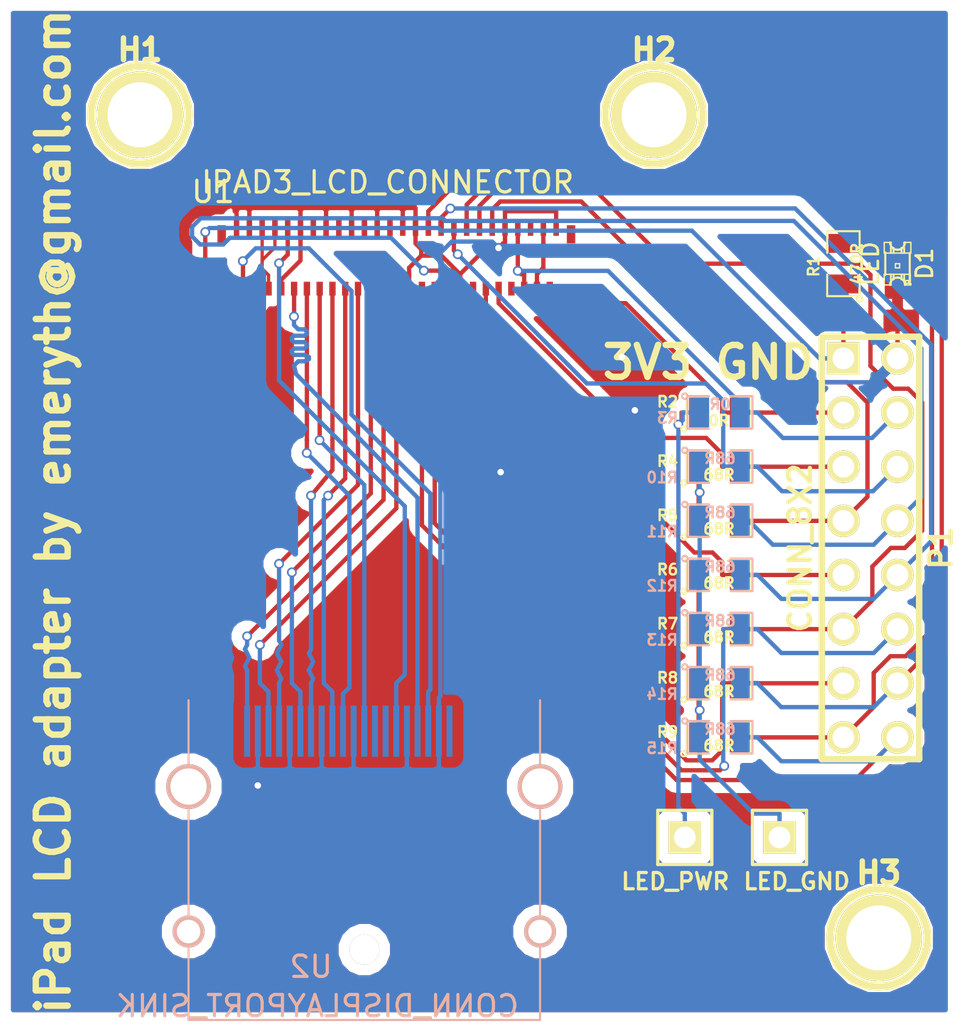
<source format=kicad_pcb>
(kicad_pcb (version 3) (host pcbnew "(2013-04-19 BZR 4011)-stable")

  (general
    (links 81)
    (no_connects 0)
    (area 124.874499 93.674499 169.875501 141.675501)
    (thickness 1.6)
    (drawings 6)
    (tracks 440)
    (zones 0)
    (modules 24)
    (nets 31)
  )

  (page A3)
  (layers
    (15 F.Cu signal)
    (0 B.Cu signal)
    (16 B.Adhes user)
    (17 F.Adhes user)
    (18 B.Paste user)
    (19 F.Paste user)
    (20 B.SilkS user)
    (21 F.SilkS user)
    (22 B.Mask user)
    (23 F.Mask user)
    (24 Dwgs.User user)
    (25 Cmts.User user)
    (26 Eco1.User user)
    (27 Eco2.User user)
    (28 Edge.Cuts user)
  )

  (setup
    (last_trace_width 0.2032)
    (trace_clearance 0.254)
    (zone_clearance 0.508)
    (zone_45_only no)
    (trace_min 0.1524)
    (segment_width 0.2)
    (edge_width 0.001)
    (via_size 0.4572)
    (via_drill 0.3048)
    (via_min_size 0.4572)
    (via_min_drill 0.3048)
    (uvia_size 0.508)
    (uvia_drill 0.127)
    (uvias_allowed no)
    (uvia_min_size 0.508)
    (uvia_min_drill 0.127)
    (pcb_text_width 0.3)
    (pcb_text_size 1.5 1.5)
    (mod_edge_width 0.001)
    (mod_text_size 1 1)
    (mod_text_width 0.15)
    (pad_size 2.1 2.1)
    (pad_drill 1.7)
    (pad_to_mask_clearance 0)
    (aux_axis_origin 0 0)
    (visible_elements 7FFFFFFF)
    (pcbplotparams
      (layerselection 284983297)
      (usegerberextensions true)
      (excludeedgelayer false)
      (linewidth 152400)
      (plotframeref false)
      (viasonmask false)
      (mode 1)
      (useauxorigin false)
      (hpglpennumber 1)
      (hpglpenspeed 20)
      (hpglpendiameter 15)
      (hpglpenoverlay 2)
      (psnegative false)
      (psa4output false)
      (plotreference true)
      (plotvalue false)
      (plotothertext true)
      (plotinvisibletext false)
      (padsonsilk false)
      (subtractmaskfromsilk false)
      (outputformat 1)
      (mirror false)
      (drillshape 0)
      (scaleselection 1)
      (outputdirectory gerber/))
  )

  (net 0 "")
  (net 1 +3.3V)
  (net 2 /AUX_N)
  (net 3 /AUX_P)
  (net 4 /HPD)
  (net 5 /LANE0_N)
  (net 6 /LANE0_P)
  (net 7 /LANE1_N)
  (net 8 /LANE1_P)
  (net 9 /LANE2_P)
  (net 10 /LANE3_N)
  (net 11 /LANE3_P)
  (net 12 /LANE_2N)
  (net 13 /LEDA_1)
  (net 14 /LEDA_2)
  (net 15 /LEDC_1A)
  (net 16 /LEDC_1B)
  (net 17 /LEDC_2A)
  (net 18 /LEDC_2B)
  (net 19 /LEDC_3A)
  (net 20 /LEDC_3B)
  (net 21 /LEDC_4A)
  (net 22 /LEDC_4B)
  (net 23 /LEDC_5A)
  (net 24 /LEDC_5B)
  (net 25 /LEDC_6A)
  (net 26 /LEDC_6b)
  (net 27 /LED_GND)
  (net 28 /LED_PWR)
  (net 29 GND)
  (net 30 N-000009)

  (net_class Default "This is the default net class."
    (clearance 0.254)
    (trace_width 0.2032)
    (via_dia 0.4572)
    (via_drill 0.3048)
    (uvia_dia 0.508)
    (uvia_drill 0.127)
    (add_net "")
    (add_net +3.3V)
    (add_net /AUX_N)
    (add_net /AUX_P)
    (add_net /HPD)
    (add_net /LANE0_N)
    (add_net /LANE0_P)
    (add_net /LANE1_N)
    (add_net /LANE1_P)
    (add_net /LANE2_P)
    (add_net /LANE3_N)
    (add_net /LANE3_P)
    (add_net /LANE_2N)
    (add_net /LEDA_1)
    (add_net /LEDA_2)
    (add_net /LEDC_1A)
    (add_net /LEDC_1B)
    (add_net /LEDC_2A)
    (add_net /LEDC_2B)
    (add_net /LEDC_3A)
    (add_net /LEDC_3B)
    (add_net /LEDC_4A)
    (add_net /LEDC_4B)
    (add_net /LEDC_5A)
    (add_net /LEDC_5B)
    (add_net /LEDC_6A)
    (add_net /LEDC_6b)
    (add_net /LED_GND)
    (add_net /LED_PWR)
    (add_net GND)
    (add_net N-000009)
  )

  (net_class backlight_power ""
    (clearance 0.254)
    (trace_width 0.508)
    (via_dia 0.4572)
    (via_drill 0.3048)
    (uvia_dia 0.508)
    (uvia_drill 0.127)
  )

  (module DP_connector_MC34467 (layer B.Cu) (tedit 518AD0CF) (tstamp 5183D6FA)
    (at 139.475 139.025 180)
    (path /51826C72)
    (fp_text reference U2 (at 0 0 180) (layer B.SilkS)
      (effects (font (size 1 1) (thickness 0.15)) (justify mirror))
    )
    (fp_text value CONN_DISPLAYPORT_SINK (at -0.3 -1.85 180) (layer B.SilkS)
      (effects (font (size 1 1) (thickness 0.15)) (justify mirror))
    )
    (fp_line (start 5.75 -2.5) (end 5.75 12.5) (layer B.SilkS) (width 0.1))
    (fp_line (start 5.75 -2.5) (end -10.75 -2.5) (layer B.SilkS) (width 0.1))
    (fp_line (start -10.75 -2.5) (end -10.75 12.5) (layer B.SilkS) (width 0.1))
    (fp_line (start -10.75 -2.5) (end -10.75 12.5) (layer B.SilkS) (width 0.00012))
    (fp_line (start 3 -2.5) (end -9.5 -2.5) (layer B.SilkS) (width 0.00012))
    (pad 22 thru_hole circle (at -10.75 8.45 180) (size 2.1 2.1) (drill 1.7)
      (layers *.Cu *.Mask B.SilkS)
    )
    (pad 1 smd rect (at 3 11.05 180) (size 0.28 2.4)
      (layers B.Cu B.Paste B.Mask)
      (net 10 /LANE3_N)
    )
    (pad 2 smd rect (at 2.5 11.05 180) (size 0.28 2.4)
      (layers B.Cu B.Paste B.Mask)
      (net 29 GND)
    )
    (pad 3 smd rect (at 2 11.05 180) (size 0.28 2.4)
      (layers B.Cu B.Paste B.Mask)
      (net 11 /LANE3_P)
    )
    (pad 4 smd rect (at 1.5 11.05 180) (size 0.28 2.4)
      (layers B.Cu B.Paste B.Mask)
      (net 12 /LANE_2N)
    )
    (pad 5 smd rect (at 1 11.05 180) (size 0.28 2.4)
      (layers B.Cu B.Paste B.Mask)
      (net 29 GND)
    )
    (pad 6 smd rect (at 0.5 11.05 180) (size 0.28 2.4)
      (layers B.Cu B.Paste B.Mask)
      (net 9 /LANE2_P)
    )
    (pad 7 smd rect (at 0 11.05 180) (size 0.28 2.4)
      (layers B.Cu B.Paste B.Mask)
      (net 7 /LANE1_N)
    )
    (pad 8 smd rect (at -0.5 11.05 180) (size 0.28 2.4)
      (layers B.Cu B.Paste B.Mask)
      (net 29 GND)
    )
    (pad 9 smd rect (at -1 11.05 180) (size 0.28 2.4)
      (layers B.Cu B.Paste B.Mask)
      (net 8 /LANE1_P)
    )
    (pad 10 smd rect (at -1.5 11.05 180) (size 0.28 2.4)
      (layers B.Cu B.Paste B.Mask)
      (net 5 /LANE0_N)
    )
    (pad 11 smd rect (at -2 11.05 180) (size 0.28 2.4)
      (layers B.Cu B.Paste B.Mask)
      (net 29 GND)
    )
    (pad 12 smd rect (at -2.5 11.05 180) (size 0.28 2.4)
      (layers B.Cu B.Paste B.Mask)
      (net 6 /LANE0_P)
    )
    (pad 13 smd rect (at -3 11.05 180) (size 0.28 2.4)
      (layers B.Cu B.Paste B.Mask)
    )
    (pad 14 smd rect (at -3.5 11.05 180) (size 0.28 2.4)
      (layers B.Cu B.Paste B.Mask)
    )
    (pad 15 smd rect (at -4 11.05 180) (size 0.28 2.4)
      (layers B.Cu B.Paste B.Mask)
      (net 3 /AUX_P)
    )
    (pad 16 smd rect (at -4.5 11.05 180) (size 0.28 2.4)
      (layers B.Cu B.Paste B.Mask)
      (net 29 GND)
    )
    (pad 17 smd rect (at -5 11.05 180) (size 0.28 2.4)
      (layers B.Cu B.Paste B.Mask)
      (net 2 /AUX_N)
    )
    (pad 18 smd rect (at -5.5 11.05 180) (size 0.28 2.4)
      (layers B.Cu B.Paste B.Mask)
      (net 4 /HPD)
    )
    (pad 19 smd rect (at -6 11.05 180) (size 0.28 2.4)
      (layers B.Cu B.Paste B.Mask)
      (net 29 GND)
    )
    (pad 20 smd rect (at -6.5 11.05 180) (size 0.28 2.4)
      (layers B.Cu B.Paste B.Mask)
    )
    (pad 21 thru_hole circle (at 5.75 8.45 180) (size 2.1 2.1) (drill 1.7)
      (layers *.Cu *.Mask B.SilkS)
    )
    (pad 23 thru_hole circle (at 5.75 1.65 180) (size 1.5 1.5) (drill 1.1)
      (layers *.Cu *.Mask B.SilkS)
    )
    (pad 26 thru_hole circle (at -10.75 1.65 180) (size 1.5 1.5) (drill 1.1)
      (layers *.Cu *.Mask B.SilkS)
    )
    (pad "" thru_hole circle (at -2.5 0.8 180) (size 1.4 1.4) (drill 1.4)
      (layers *.Cu *.Mask B.SilkS)
    )
  )

  (module pin_array_8x2 (layer F.Cu) (tedit 3FB38B89) (tstamp 5182B96F)
    (at 165.735 119.38 270)
    (descr "Double rangee de contacts 2 x 8 pins")
    (tags CONN)
    (path /51826886)
    (fp_text reference P1 (at 0 -3.302 270) (layer F.SilkS)
      (effects (font (size 1.016 1.016) (thickness 0.2032)))
    )
    (fp_text value CONN_8X2 (at 0 3.302 270) (layer F.SilkS)
      (effects (font (size 1.016 1.016) (thickness 0.2032)))
    )
    (fp_line (start -9.906 2.286) (end -9.906 -2.286) (layer F.SilkS) (width 0.3048))
    (fp_line (start -9.906 -2.286) (end 9.906 -2.286) (layer F.SilkS) (width 0.3048))
    (fp_line (start 9.906 -2.286) (end 9.906 2.286) (layer F.SilkS) (width 0.3048))
    (fp_line (start 9.906 2.286) (end -9.906 2.286) (layer F.SilkS) (width 0.3048))
    (pad 1 thru_hole rect (at -8.89 1.27 270) (size 1.524 1.524) (drill 1.016)
      (layers *.Cu *.Mask F.SilkS)
      (net 1 +3.3V)
    )
    (pad 2 thru_hole circle (at -8.89 -1.27 270) (size 1.524 1.524) (drill 1.016)
      (layers *.Cu *.Mask F.SilkS)
      (net 29 GND)
    )
    (pad 3 thru_hole circle (at -6.35 1.27 270) (size 1.524 1.524) (drill 1.016)
      (layers *.Cu *.Mask F.SilkS)
      (net 13 /LEDA_1)
    )
    (pad 4 thru_hole circle (at -6.35 -1.27 270) (size 1.524 1.524) (drill 1.016)
      (layers *.Cu *.Mask F.SilkS)
      (net 14 /LEDA_2)
    )
    (pad 5 thru_hole circle (at -3.81 1.27 270) (size 1.524 1.524) (drill 1.016)
      (layers *.Cu *.Mask F.SilkS)
      (net 15 /LEDC_1A)
    )
    (pad 6 thru_hole circle (at -3.81 -1.27 270) (size 1.524 1.524) (drill 1.016)
      (layers *.Cu *.Mask F.SilkS)
      (net 16 /LEDC_1B)
    )
    (pad 7 thru_hole circle (at -1.27 1.27 270) (size 1.524 1.524) (drill 1.016)
      (layers *.Cu *.Mask F.SilkS)
      (net 17 /LEDC_2A)
    )
    (pad 8 thru_hole circle (at -1.27 -1.27 270) (size 1.524 1.524) (drill 1.016)
      (layers *.Cu *.Mask F.SilkS)
      (net 18 /LEDC_2B)
    )
    (pad 9 thru_hole circle (at 1.27 1.27 270) (size 1.524 1.524) (drill 1.016)
      (layers *.Cu *.Mask F.SilkS)
      (net 19 /LEDC_3A)
    )
    (pad 10 thru_hole circle (at 1.27 -1.27 270) (size 1.524 1.524) (drill 1.016)
      (layers *.Cu *.Mask F.SilkS)
      (net 20 /LEDC_3B)
    )
    (pad 11 thru_hole circle (at 3.81 1.27 270) (size 1.524 1.524) (drill 1.016)
      (layers *.Cu *.Mask F.SilkS)
      (net 21 /LEDC_4A)
    )
    (pad 12 thru_hole circle (at 3.81 -1.27 270) (size 1.524 1.524) (drill 1.016)
      (layers *.Cu *.Mask F.SilkS)
      (net 22 /LEDC_4B)
    )
    (pad 13 thru_hole circle (at 6.35 1.27 270) (size 1.524 1.524) (drill 1.016)
      (layers *.Cu *.Mask F.SilkS)
      (net 23 /LEDC_5A)
    )
    (pad 14 thru_hole circle (at 6.35 -1.27 270) (size 1.524 1.524) (drill 1.016)
      (layers *.Cu *.Mask F.SilkS)
      (net 24 /LEDC_5B)
    )
    (pad 15 thru_hole circle (at 8.89 1.27 270) (size 1.524 1.524) (drill 1.016)
      (layers *.Cu *.Mask F.SilkS)
      (net 25 /LEDC_6A)
    )
    (pad 16 thru_hole circle (at 8.89 -1.27 270) (size 1.524 1.524) (drill 1.016)
      (layers *.Cu *.Mask F.SilkS)
      (net 26 /LEDC_6b)
    )
    (model pin_array/pins_array_8x2.wrl
      (at (xyz 0 0 0))
      (scale (xyz 1 1 1))
      (rotate (xyz 0 0 0))
    )
  )

  (module ipad3_lcd_connector (layer F.Cu) (tedit 51897D12) (tstamp 5182B9A8)
    (at 150.98 103.94 180)
    (path /51826C63)
    (fp_text reference U1 (at 16.105 1.265 180) (layer F.SilkS)
      (effects (font (size 1 1) (thickness 0.15)))
    )
    (fp_text value IPAD3_LCD_CONNECTOR (at 7.905 1.715 180) (layer F.SilkS)
      (effects (font (size 1 1) (thickness 0.15)))
    )
    (pad 44 smd rect (at 2.1 -3.275 180) (size 0.3 0.65)
      (layers F.Cu F.Paste F.Mask)
    )
    (pad 46 smd rect (at 1.5 -3.275 180) (size 0.3 0.65)
      (layers F.Cu F.Paste F.Mask)
      (net 14 /LEDA_2)
    )
    (pad 48 smd rect (at 0.9 -3.275 180) (size 0.3 0.65)
      (layers F.Cu F.Paste F.Mask)
      (net 13 /LEDA_1)
    )
    (pad 42 smd rect (at 2.7 -3.275 180) (size 0.3 0.65)
      (layers F.Cu F.Paste F.Mask)
      (net 15 /LEDC_1A)
    )
    (pad 40 smd rect (at 3.3 -3.275 180) (size 0.3 0.65)
      (layers F.Cu F.Paste F.Mask)
      (net 19 /LEDC_3A)
    )
    (pad 38 smd rect (at 3.9 -3.275 180) (size 0.3 0.65)
      (layers F.Cu F.Paste F.Mask)
      (net 23 /LEDC_5A)
    )
    (pad 26 smd rect (at 7.5 -3.275 180) (size 0.3 0.65)
      (layers F.Cu F.Paste F.Mask)
      (net 11 /LANE3_P)
    )
    (pad 28 smd rect (at 6.9 -3.275 180) (size 0.3 0.65)
      (layers F.Cu F.Paste F.Mask)
      (net 29 GND)
    )
    (pad 30 smd rect (at 6.3 -3.275 180) (size 0.3 0.65)
      (layers F.Cu F.Paste F.Mask)
      (net 26 /LEDC_6b)
    )
    (pad 36 smd rect (at 4.5 -3.275 180) (size 0.3 0.65)
      (layers F.Cu F.Paste F.Mask)
      (net 29 GND)
    )
    (pad 34 smd rect (at 5.1 -3.275 180) (size 0.3 0.65)
      (layers F.Cu F.Paste F.Mask)
      (net 18 /LEDC_2B)
    )
    (pad 32 smd rect (at 5.7 -3.275 180) (size 0.3 0.65)
      (layers F.Cu F.Paste F.Mask)
      (net 22 /LEDC_4B)
    )
    (pad 8 smd rect (at 12.9 -3.275 180) (size 0.3 0.65)
      (layers F.Cu F.Paste F.Mask)
      (net 29 GND)
    )
    (pad 10 smd rect (at 12.3 -3.275 180) (size 0.3 0.65)
      (layers F.Cu F.Paste F.Mask)
      (net 2 /AUX_N)
    )
    (pad 12 smd rect (at 11.7 -3.275 180) (size 0.3 0.65)
      (layers F.Cu F.Paste F.Mask)
      (net 5 /LANE0_N)
    )
    (pad 6 smd rect (at 13.5 -3.275 180) (size 0.3 0.65)
      (layers F.Cu F.Paste F.Mask)
      (net 1 +3.3V)
    )
    (pad 4 smd rect (at 14.1 -3.275 180) (size 0.3 0.65)
      (layers F.Cu F.Paste F.Mask)
      (net 1 +3.3V)
    )
    (pad 2 smd rect (at 14.7 -3.275 180) (size 0.3 0.65)
      (layers F.Cu F.Paste F.Mask)
      (net 4 /HPD)
    )
    (pad 14 smd rect (at 11.1 -3.275 180) (size 0.3 0.65)
      (layers F.Cu F.Paste F.Mask)
      (net 6 /LANE0_P)
    )
    (pad 16 smd rect (at 10.5 -3.275 180) (size 0.3 0.65)
      (layers F.Cu F.Paste F.Mask)
      (net 7 /LANE1_N)
    )
    (pad 18 smd rect (at 9.9 -3.275 180) (size 0.3 0.65)
      (layers F.Cu F.Paste F.Mask)
      (net 8 /LANE1_P)
    )
    (pad 24 smd rect (at 8.1 -3.275 180) (size 0.3 0.65)
      (layers F.Cu F.Paste F.Mask)
      (net 10 /LANE3_N)
    )
    (pad 22 smd rect (at 8.7 -3.275 180) (size 0.3 0.65)
      (layers F.Cu F.Paste F.Mask)
      (net 9 /LANE2_P)
    )
    (pad 20 smd rect (at 9.3 -3.275 180) (size 0.3 0.65)
      (layers F.Cu F.Paste F.Mask)
      (net 12 /LANE_2N)
    )
    (pad 50 smd rect (at 0.3 -3.275 180) (size 0.3 0.65)
      (layers F.Cu F.Paste F.Mask)
    )
    (pad 1 smd rect (at 15 -0.4 180) (size 0.26 0.8)
      (layers F.Cu F.Paste F.Mask)
      (net 29 GND)
    )
    (pad 3 smd rect (at 14.4 -0.4 180) (size 0.26 0.8)
      (layers F.Cu F.Paste F.Mask)
      (net 29 GND)
    )
    (pad 5 smd rect (at 13.8 -0.4 180) (size 0.26 0.8)
      (layers F.Cu F.Paste F.Mask)
      (net 1 +3.3V)
    )
    (pad 7 smd rect (at 13.2 -0.4 180) (size 0.26 0.8)
      (layers F.Cu F.Paste F.Mask)
      (net 1 +3.3V)
    )
    (pad 9 smd rect (at 12.6 -0.4 180) (size 0.26 0.8)
      (layers F.Cu F.Paste F.Mask)
      (net 3 /AUX_P)
    )
    (pad 11 smd rect (at 12 -0.4 180) (size 0.26 0.8)
      (layers F.Cu F.Paste F.Mask)
      (net 29 GND)
    )
    (pad 13 smd rect (at 11.4 -0.4 180) (size 0.26 0.8)
      (layers F.Cu F.Paste F.Mask)
    )
    (pad 15 smd rect (at 10.8 -0.4 180) (size 0.26 0.8)
      (layers F.Cu F.Paste F.Mask)
      (net 29 GND)
    )
    (pad 17 smd rect (at 10.2 -0.4 180) (size 0.26 0.8)
      (layers F.Cu F.Paste F.Mask)
    )
    (pad 19 smd rect (at 9.6 -0.4 180) (size 0.26 0.8)
      (layers F.Cu F.Paste F.Mask)
      (net 29 GND)
    )
    (pad 21 smd rect (at 9 -0.4 180) (size 0.26 0.8)
      (layers F.Cu F.Paste F.Mask)
    )
    (pad 23 smd rect (at 8.4 -0.4 180) (size 0.26 0.8)
      (layers F.Cu F.Paste F.Mask)
      (net 29 GND)
    )
    (pad 25 smd rect (at 7.8 -0.4 180) (size 0.26 0.8)
      (layers F.Cu F.Paste F.Mask)
    )
    (pad 27 smd rect (at 7.2 -0.4 180) (size 0.26 0.8)
      (layers F.Cu F.Paste F.Mask)
      (net 29 GND)
    )
    (pad 29 smd rect (at 6.6 -0.4 180) (size 0.26 0.8)
      (layers F.Cu F.Paste F.Mask)
      (net 29 GND)
    )
    (pad 31 smd rect (at 6 -0.4 180) (size 0.26 0.8)
      (layers F.Cu F.Paste F.Mask)
      (net 24 /LEDC_5B)
    )
    (pad 33 smd rect (at 5.4 -0.4 180) (size 0.26 0.8)
      (layers F.Cu F.Paste F.Mask)
      (net 20 /LEDC_3B)
    )
    (pad 35 smd rect (at 4.8 -0.4 180) (size 0.26 0.8)
      (layers F.Cu F.Paste F.Mask)
      (net 16 /LEDC_1B)
    )
    (pad 37 smd rect (at 4.2 -0.4 180) (size 0.26 0.8)
      (layers F.Cu F.Paste F.Mask)
      (net 25 /LEDC_6A)
    )
    (pad 39 smd rect (at 3.6 -0.4 180) (size 0.26 0.8)
      (layers F.Cu F.Paste F.Mask)
      (net 21 /LEDC_4A)
    )
    (pad 41 smd rect (at 3 -0.4 180) (size 0.26 0.8)
      (layers F.Cu F.Paste F.Mask)
      (net 17 /LEDC_2A)
    )
    (pad 43 smd rect (at 2.4 -0.4 180) (size 0.26 0.8)
      (layers F.Cu F.Paste F.Mask)
      (net 29 GND)
    )
    (pad 45 smd rect (at 1.8 -0.4 180) (size 0.26 0.8)
      (layers F.Cu F.Paste F.Mask)
      (net 14 /LEDA_2)
    )
    (pad 47 smd rect (at 1.2 -0.4 180) (size 0.26 0.8)
      (layers F.Cu F.Paste F.Mask)
    )
    (pad 49 smd rect (at 0.6 -0.4 180) (size 0.26 0.8)
      (layers F.Cu F.Paste F.Mask)
      (net 13 /LEDA_1)
    )
    (pad 51 smd rect (at 0 -0.4 180) (size 0.26 0.8)
      (layers F.Cu F.Paste F.Mask)
      (net 29 GND)
    )
    (pad 52 smd rect (at 15.7 -0.725 180) (size 0.4 0.85)
      (layers F.Cu F.Paste F.Mask)
    )
    (pad 53 smd rect (at -0.7 -0.725 180) (size 0.4 0.85)
      (layers F.Cu F.Paste F.Mask)
    )
  )

  (module SM0805 (layer F.Cu) (tedit 51A3FA00) (tstamp 5183CA86)
    (at 164.465 106.045 90)
    (path /518305E0)
    (attr smd)
    (fp_text reference R1 (at -0.127 -1.397 90) (layer F.SilkS)
      (effects (font (size 0.50038 0.50038) (thickness 0.10922)))
    )
    (fp_text value 470R (at 0 0.635 90) (layer F.SilkS)
      (effects (font (size 0.50038 0.50038) (thickness 0.10922)))
    )
    (fp_circle (center -1.651 0.762) (end -1.651 0.635) (layer F.SilkS) (width 0.09906))
    (fp_line (start -0.508 0.762) (end -1.524 0.762) (layer F.SilkS) (width 0.09906))
    (fp_line (start -1.524 0.762) (end -1.524 -0.762) (layer F.SilkS) (width 0.09906))
    (fp_line (start -1.524 -0.762) (end -0.508 -0.762) (layer F.SilkS) (width 0.09906))
    (fp_line (start 0.508 -0.762) (end 1.524 -0.762) (layer F.SilkS) (width 0.09906))
    (fp_line (start 1.524 -0.762) (end 1.524 0.762) (layer F.SilkS) (width 0.09906))
    (fp_line (start 1.524 0.762) (end 0.508 0.762) (layer F.SilkS) (width 0.09906))
    (pad 1 smd rect (at -0.9525 0 90) (size 0.889 1.397)
      (layers F.Cu F.Paste F.Mask)
      (net 1 +3.3V)
    )
    (pad 2 smd rect (at 0.9525 0 90) (size 0.889 1.397)
      (layers F.Cu F.Paste F.Mask)
      (net 30 N-000009)
    )
    (model smd/chip_cms.wrl
      (at (xyz 0 0 0))
      (scale (xyz 0.1 0.1 0.1))
      (rotate (xyz 0 0 0))
    )
  )

  (module LED-0805 (layer F.Cu) (tedit 49DC4C0B) (tstamp 5183CAC1)
    (at 167.005 106.045 270)
    (descr "LED 0805 smd package")
    (tags "LED 0805 SMD")
    (path /518305EF)
    (attr smd)
    (fp_text reference D1 (at 0 -1.27 270) (layer F.SilkS)
      (effects (font (size 0.762 0.762) (thickness 0.127)))
    )
    (fp_text value LED (at 0 1.27 270) (layer F.SilkS)
      (effects (font (size 0.762 0.762) (thickness 0.127)))
    )
    (fp_line (start 0.49784 0.29972) (end 0.49784 0.62484) (layer F.SilkS) (width 0.06604))
    (fp_line (start 0.49784 0.62484) (end 0.99822 0.62484) (layer F.SilkS) (width 0.06604))
    (fp_line (start 0.99822 0.29972) (end 0.99822 0.62484) (layer F.SilkS) (width 0.06604))
    (fp_line (start 0.49784 0.29972) (end 0.99822 0.29972) (layer F.SilkS) (width 0.06604))
    (fp_line (start 0.49784 -0.32258) (end 0.49784 -0.17272) (layer F.SilkS) (width 0.06604))
    (fp_line (start 0.49784 -0.17272) (end 0.7493 -0.17272) (layer F.SilkS) (width 0.06604))
    (fp_line (start 0.7493 -0.32258) (end 0.7493 -0.17272) (layer F.SilkS) (width 0.06604))
    (fp_line (start 0.49784 -0.32258) (end 0.7493 -0.32258) (layer F.SilkS) (width 0.06604))
    (fp_line (start 0.49784 0.17272) (end 0.49784 0.32258) (layer F.SilkS) (width 0.06604))
    (fp_line (start 0.49784 0.32258) (end 0.7493 0.32258) (layer F.SilkS) (width 0.06604))
    (fp_line (start 0.7493 0.17272) (end 0.7493 0.32258) (layer F.SilkS) (width 0.06604))
    (fp_line (start 0.49784 0.17272) (end 0.7493 0.17272) (layer F.SilkS) (width 0.06604))
    (fp_line (start 0.49784 -0.19812) (end 0.49784 0.19812) (layer F.SilkS) (width 0.06604))
    (fp_line (start 0.49784 0.19812) (end 0.6731 0.19812) (layer F.SilkS) (width 0.06604))
    (fp_line (start 0.6731 -0.19812) (end 0.6731 0.19812) (layer F.SilkS) (width 0.06604))
    (fp_line (start 0.49784 -0.19812) (end 0.6731 -0.19812) (layer F.SilkS) (width 0.06604))
    (fp_line (start -0.99822 0.29972) (end -0.99822 0.62484) (layer F.SilkS) (width 0.06604))
    (fp_line (start -0.99822 0.62484) (end -0.49784 0.62484) (layer F.SilkS) (width 0.06604))
    (fp_line (start -0.49784 0.29972) (end -0.49784 0.62484) (layer F.SilkS) (width 0.06604))
    (fp_line (start -0.99822 0.29972) (end -0.49784 0.29972) (layer F.SilkS) (width 0.06604))
    (fp_line (start -0.99822 -0.62484) (end -0.99822 -0.29972) (layer F.SilkS) (width 0.06604))
    (fp_line (start -0.99822 -0.29972) (end -0.49784 -0.29972) (layer F.SilkS) (width 0.06604))
    (fp_line (start -0.49784 -0.62484) (end -0.49784 -0.29972) (layer F.SilkS) (width 0.06604))
    (fp_line (start -0.99822 -0.62484) (end -0.49784 -0.62484) (layer F.SilkS) (width 0.06604))
    (fp_line (start -0.7493 0.17272) (end -0.7493 0.32258) (layer F.SilkS) (width 0.06604))
    (fp_line (start -0.7493 0.32258) (end -0.49784 0.32258) (layer F.SilkS) (width 0.06604))
    (fp_line (start -0.49784 0.17272) (end -0.49784 0.32258) (layer F.SilkS) (width 0.06604))
    (fp_line (start -0.7493 0.17272) (end -0.49784 0.17272) (layer F.SilkS) (width 0.06604))
    (fp_line (start -0.7493 -0.32258) (end -0.7493 -0.17272) (layer F.SilkS) (width 0.06604))
    (fp_line (start -0.7493 -0.17272) (end -0.49784 -0.17272) (layer F.SilkS) (width 0.06604))
    (fp_line (start -0.49784 -0.32258) (end -0.49784 -0.17272) (layer F.SilkS) (width 0.06604))
    (fp_line (start -0.7493 -0.32258) (end -0.49784 -0.32258) (layer F.SilkS) (width 0.06604))
    (fp_line (start -0.6731 -0.19812) (end -0.6731 0.19812) (layer F.SilkS) (width 0.06604))
    (fp_line (start -0.6731 0.19812) (end -0.49784 0.19812) (layer F.SilkS) (width 0.06604))
    (fp_line (start -0.49784 -0.19812) (end -0.49784 0.19812) (layer F.SilkS) (width 0.06604))
    (fp_line (start -0.6731 -0.19812) (end -0.49784 -0.19812) (layer F.SilkS) (width 0.06604))
    (fp_line (start 0 -0.09906) (end 0 0.09906) (layer F.SilkS) (width 0.06604))
    (fp_line (start 0 0.09906) (end 0.19812 0.09906) (layer F.SilkS) (width 0.06604))
    (fp_line (start 0.19812 -0.09906) (end 0.19812 0.09906) (layer F.SilkS) (width 0.06604))
    (fp_line (start 0 -0.09906) (end 0.19812 -0.09906) (layer F.SilkS) (width 0.06604))
    (fp_line (start 0.49784 -0.59944) (end 0.49784 -0.29972) (layer F.SilkS) (width 0.06604))
    (fp_line (start 0.49784 -0.29972) (end 0.79756 -0.29972) (layer F.SilkS) (width 0.06604))
    (fp_line (start 0.79756 -0.59944) (end 0.79756 -0.29972) (layer F.SilkS) (width 0.06604))
    (fp_line (start 0.49784 -0.59944) (end 0.79756 -0.59944) (layer F.SilkS) (width 0.06604))
    (fp_line (start 0.92456 -0.62484) (end 0.92456 -0.39878) (layer F.SilkS) (width 0.06604))
    (fp_line (start 0.92456 -0.39878) (end 0.99822 -0.39878) (layer F.SilkS) (width 0.06604))
    (fp_line (start 0.99822 -0.62484) (end 0.99822 -0.39878) (layer F.SilkS) (width 0.06604))
    (fp_line (start 0.92456 -0.62484) (end 0.99822 -0.62484) (layer F.SilkS) (width 0.06604))
    (fp_line (start 0.52324 0.57404) (end -0.52324 0.57404) (layer F.SilkS) (width 0.1016))
    (fp_line (start -0.49784 -0.57404) (end 0.92456 -0.57404) (layer F.SilkS) (width 0.1016))
    (fp_circle (center 0.84836 -0.44958) (end 0.89916 -0.50038) (layer F.SilkS) (width 0.0508))
    (fp_arc (start 0.99822 0) (end 0.99822 0.34798) (angle 180) (layer F.SilkS) (width 0.1016))
    (fp_arc (start -0.99822 0) (end -0.99822 -0.34798) (angle 180) (layer F.SilkS) (width 0.1016))
    (pad 1 smd rect (at -1.04902 0 270) (size 1.19888 1.19888)
      (layers F.Cu F.Paste F.Mask)
      (net 30 N-000009)
    )
    (pad 2 smd rect (at 1.04902 0 270) (size 1.19888 1.19888)
      (layers F.Cu F.Paste F.Mask)
      (net 29 GND)
    )
  )

  (module SM0805 (layer F.Cu) (tedit 519FB9F6) (tstamp 51855DE3)
    (at 158.623 118.11)
    (path /51855C7B)
    (attr smd)
    (fp_text reference R5 (at -2.413 -0.254) (layer F.SilkS)
      (effects (font (size 0.50038 0.50038) (thickness 0.10922)))
    )
    (fp_text value 68R (at 0 0.381) (layer F.SilkS)
      (effects (font (size 0.50038 0.50038) (thickness 0.10922)))
    )
    (fp_circle (center -1.651 0.762) (end -1.651 0.635) (layer F.SilkS) (width 0.09906))
    (fp_line (start -0.508 0.762) (end -1.524 0.762) (layer F.SilkS) (width 0.09906))
    (fp_line (start -1.524 0.762) (end -1.524 -0.762) (layer F.SilkS) (width 0.09906))
    (fp_line (start -1.524 -0.762) (end -0.508 -0.762) (layer F.SilkS) (width 0.09906))
    (fp_line (start 0.508 -0.762) (end 1.524 -0.762) (layer F.SilkS) (width 0.09906))
    (fp_line (start 1.524 -0.762) (end 1.524 0.762) (layer F.SilkS) (width 0.09906))
    (fp_line (start 1.524 0.762) (end 0.508 0.762) (layer F.SilkS) (width 0.09906))
    (pad 1 smd rect (at -0.9525 0) (size 0.889 1.397)
      (layers F.Cu F.Paste F.Mask)
      (net 27 /LED_GND)
    )
    (pad 2 smd rect (at 0.9525 0) (size 0.889 1.397)
      (layers F.Cu F.Paste F.Mask)
      (net 17 /LEDC_2A)
    )
    (model smd/chip_cms.wrl
      (at (xyz 0 0 0))
      (scale (xyz 0.1 0.1 0.1))
      (rotate (xyz 0 0 0))
    )
  )

  (module SM0805 (layer F.Cu) (tedit 519FB9B7) (tstamp 51855DF0)
    (at 158.623 115.57)
    (path /51855CFF)
    (attr smd)
    (fp_text reference R4 (at -2.413 -0.254) (layer F.SilkS)
      (effects (font (size 0.50038 0.50038) (thickness 0.10922)))
    )
    (fp_text value 68R (at 0 0.381) (layer F.SilkS)
      (effects (font (size 0.50038 0.50038) (thickness 0.10922)))
    )
    (fp_circle (center -1.651 0.762) (end -1.651 0.635) (layer F.SilkS) (width 0.09906))
    (fp_line (start -0.508 0.762) (end -1.524 0.762) (layer F.SilkS) (width 0.09906))
    (fp_line (start -1.524 0.762) (end -1.524 -0.762) (layer F.SilkS) (width 0.09906))
    (fp_line (start -1.524 -0.762) (end -0.508 -0.762) (layer F.SilkS) (width 0.09906))
    (fp_line (start 0.508 -0.762) (end 1.524 -0.762) (layer F.SilkS) (width 0.09906))
    (fp_line (start 1.524 -0.762) (end 1.524 0.762) (layer F.SilkS) (width 0.09906))
    (fp_line (start 1.524 0.762) (end 0.508 0.762) (layer F.SilkS) (width 0.09906))
    (pad 1 smd rect (at -0.9525 0) (size 0.889 1.397)
      (layers F.Cu F.Paste F.Mask)
      (net 27 /LED_GND)
    )
    (pad 2 smd rect (at 0.9525 0) (size 0.889 1.397)
      (layers F.Cu F.Paste F.Mask)
      (net 15 /LEDC_1A)
    )
    (model smd/chip_cms.wrl
      (at (xyz 0 0 0))
      (scale (xyz 0.1 0.1 0.1))
      (rotate (xyz 0 0 0))
    )
  )

  (module SM0805 (layer F.Cu) (tedit 519FBA0F) (tstamp 51855DFD)
    (at 158.623 123.19)
    (path /51855D05)
    (attr smd)
    (fp_text reference R7 (at -2.413 -0.254) (layer F.SilkS)
      (effects (font (size 0.50038 0.50038) (thickness 0.10922)))
    )
    (fp_text value 68R (at 0 0.381) (layer F.SilkS)
      (effects (font (size 0.50038 0.50038) (thickness 0.10922)))
    )
    (fp_circle (center -1.651 0.762) (end -1.651 0.635) (layer F.SilkS) (width 0.09906))
    (fp_line (start -0.508 0.762) (end -1.524 0.762) (layer F.SilkS) (width 0.09906))
    (fp_line (start -1.524 0.762) (end -1.524 -0.762) (layer F.SilkS) (width 0.09906))
    (fp_line (start -1.524 -0.762) (end -0.508 -0.762) (layer F.SilkS) (width 0.09906))
    (fp_line (start 0.508 -0.762) (end 1.524 -0.762) (layer F.SilkS) (width 0.09906))
    (fp_line (start 1.524 -0.762) (end 1.524 0.762) (layer F.SilkS) (width 0.09906))
    (fp_line (start 1.524 0.762) (end 0.508 0.762) (layer F.SilkS) (width 0.09906))
    (pad 1 smd rect (at -0.9525 0) (size 0.889 1.397)
      (layers F.Cu F.Paste F.Mask)
      (net 27 /LED_GND)
    )
    (pad 2 smd rect (at 0.9525 0) (size 0.889 1.397)
      (layers F.Cu F.Paste F.Mask)
      (net 21 /LEDC_4A)
    )
    (model smd/chip_cms.wrl
      (at (xyz 0 0 0))
      (scale (xyz 0.1 0.1 0.1))
      (rotate (xyz 0 0 0))
    )
  )

  (module SM0805 (layer F.Cu) (tedit 519FBA06) (tstamp 51855E0A)
    (at 158.623 120.65)
    (path /51855D0B)
    (attr smd)
    (fp_text reference R6 (at -2.413 -0.254) (layer F.SilkS)
      (effects (font (size 0.50038 0.50038) (thickness 0.10922)))
    )
    (fp_text value 68R (at 0 0.381) (layer F.SilkS)
      (effects (font (size 0.50038 0.50038) (thickness 0.10922)))
    )
    (fp_circle (center -1.651 0.762) (end -1.651 0.635) (layer F.SilkS) (width 0.09906))
    (fp_line (start -0.508 0.762) (end -1.524 0.762) (layer F.SilkS) (width 0.09906))
    (fp_line (start -1.524 0.762) (end -1.524 -0.762) (layer F.SilkS) (width 0.09906))
    (fp_line (start -1.524 -0.762) (end -0.508 -0.762) (layer F.SilkS) (width 0.09906))
    (fp_line (start 0.508 -0.762) (end 1.524 -0.762) (layer F.SilkS) (width 0.09906))
    (fp_line (start 1.524 -0.762) (end 1.524 0.762) (layer F.SilkS) (width 0.09906))
    (fp_line (start 1.524 0.762) (end 0.508 0.762) (layer F.SilkS) (width 0.09906))
    (pad 1 smd rect (at -0.9525 0) (size 0.889 1.397)
      (layers F.Cu F.Paste F.Mask)
      (net 27 /LED_GND)
    )
    (pad 2 smd rect (at 0.9525 0) (size 0.889 1.397)
      (layers F.Cu F.Paste F.Mask)
      (net 19 /LEDC_3A)
    )
    (model smd/chip_cms.wrl
      (at (xyz 0 0 0))
      (scale (xyz 0.1 0.1 0.1))
      (rotate (xyz 0 0 0))
    )
  )

  (module SM0805 (layer F.Cu) (tedit 519FBA22) (tstamp 51855E17)
    (at 158.623 128.27)
    (path /51855D11)
    (attr smd)
    (fp_text reference R9 (at -2.413 -0.254) (layer F.SilkS)
      (effects (font (size 0.50038 0.50038) (thickness 0.10922)))
    )
    (fp_text value 68R (at 0 0.381) (layer F.SilkS)
      (effects (font (size 0.50038 0.50038) (thickness 0.10922)))
    )
    (fp_circle (center -1.651 0.762) (end -1.651 0.635) (layer F.SilkS) (width 0.09906))
    (fp_line (start -0.508 0.762) (end -1.524 0.762) (layer F.SilkS) (width 0.09906))
    (fp_line (start -1.524 0.762) (end -1.524 -0.762) (layer F.SilkS) (width 0.09906))
    (fp_line (start -1.524 -0.762) (end -0.508 -0.762) (layer F.SilkS) (width 0.09906))
    (fp_line (start 0.508 -0.762) (end 1.524 -0.762) (layer F.SilkS) (width 0.09906))
    (fp_line (start 1.524 -0.762) (end 1.524 0.762) (layer F.SilkS) (width 0.09906))
    (fp_line (start 1.524 0.762) (end 0.508 0.762) (layer F.SilkS) (width 0.09906))
    (pad 1 smd rect (at -0.9525 0) (size 0.889 1.397)
      (layers F.Cu F.Paste F.Mask)
      (net 27 /LED_GND)
    )
    (pad 2 smd rect (at 0.9525 0) (size 0.889 1.397)
      (layers F.Cu F.Paste F.Mask)
      (net 25 /LEDC_6A)
    )
    (model smd/chip_cms.wrl
      (at (xyz 0 0 0))
      (scale (xyz 0.1 0.1 0.1))
      (rotate (xyz 0 0 0))
    )
  )

  (module SM0805 (layer F.Cu) (tedit 519FBA18) (tstamp 51855E24)
    (at 158.623 125.73)
    (path /51855D17)
    (attr smd)
    (fp_text reference R8 (at -2.413 -0.254) (layer F.SilkS)
      (effects (font (size 0.50038 0.50038) (thickness 0.10922)))
    )
    (fp_text value 68R (at 0 0.381) (layer F.SilkS)
      (effects (font (size 0.50038 0.50038) (thickness 0.10922)))
    )
    (fp_circle (center -1.651 0.762) (end -1.651 0.635) (layer F.SilkS) (width 0.09906))
    (fp_line (start -0.508 0.762) (end -1.524 0.762) (layer F.SilkS) (width 0.09906))
    (fp_line (start -1.524 0.762) (end -1.524 -0.762) (layer F.SilkS) (width 0.09906))
    (fp_line (start -1.524 -0.762) (end -0.508 -0.762) (layer F.SilkS) (width 0.09906))
    (fp_line (start 0.508 -0.762) (end 1.524 -0.762) (layer F.SilkS) (width 0.09906))
    (fp_line (start 1.524 -0.762) (end 1.524 0.762) (layer F.SilkS) (width 0.09906))
    (fp_line (start 1.524 0.762) (end 0.508 0.762) (layer F.SilkS) (width 0.09906))
    (pad 1 smd rect (at -0.9525 0) (size 0.889 1.397)
      (layers F.Cu F.Paste F.Mask)
      (net 27 /LED_GND)
    )
    (pad 2 smd rect (at 0.9525 0) (size 0.889 1.397)
      (layers F.Cu F.Paste F.Mask)
      (net 23 /LEDC_5A)
    )
    (model smd/chip_cms.wrl
      (at (xyz 0 0 0))
      (scale (xyz 0.1 0.1 0.1))
      (rotate (xyz 0 0 0))
    )
  )

  (module SM0805 (layer B.Cu) (tedit 519FB9FA) (tstamp 51855E31)
    (at 158.671 118.101)
    (path /51855D1D)
    (attr smd)
    (fp_text reference R11 (at -2.715 0.517) (layer B.SilkS)
      (effects (font (size 0.50038 0.50038) (thickness 0.10922)) (justify mirror))
    )
    (fp_text value 68R (at 0 -0.381) (layer B.SilkS)
      (effects (font (size 0.50038 0.50038) (thickness 0.10922)) (justify mirror))
    )
    (fp_circle (center -1.651 -0.762) (end -1.651 -0.635) (layer B.SilkS) (width 0.09906))
    (fp_line (start -0.508 -0.762) (end -1.524 -0.762) (layer B.SilkS) (width 0.09906))
    (fp_line (start -1.524 -0.762) (end -1.524 0.762) (layer B.SilkS) (width 0.09906))
    (fp_line (start -1.524 0.762) (end -0.508 0.762) (layer B.SilkS) (width 0.09906))
    (fp_line (start 0.508 0.762) (end 1.524 0.762) (layer B.SilkS) (width 0.09906))
    (fp_line (start 1.524 0.762) (end 1.524 -0.762) (layer B.SilkS) (width 0.09906))
    (fp_line (start 1.524 -0.762) (end 0.508 -0.762) (layer B.SilkS) (width 0.09906))
    (pad 1 smd rect (at -0.9525 0) (size 0.889 1.397)
      (layers B.Cu B.Paste B.Mask)
      (net 27 /LED_GND)
    )
    (pad 2 smd rect (at 0.9525 0) (size 0.889 1.397)
      (layers B.Cu B.Paste B.Mask)
      (net 18 /LEDC_2B)
    )
    (model smd/chip_cms.wrl
      (at (xyz 0 0 0))
      (scale (xyz 0.1 0.1 0.1))
      (rotate (xyz 0 0 0))
    )
  )

  (module SM0805 (layer B.Cu) (tedit 519FB9FF) (tstamp 51855E3E)
    (at 158.671 115.561)
    (path /51855D23)
    (attr smd)
    (fp_text reference R10 (at -2.715 0.517) (layer B.SilkS)
      (effects (font (size 0.50038 0.50038) (thickness 0.10922)) (justify mirror))
    )
    (fp_text value 68R (at 0 -0.381) (layer B.SilkS)
      (effects (font (size 0.50038 0.50038) (thickness 0.10922)) (justify mirror))
    )
    (fp_circle (center -1.651 -0.762) (end -1.651 -0.635) (layer B.SilkS) (width 0.09906))
    (fp_line (start -0.508 -0.762) (end -1.524 -0.762) (layer B.SilkS) (width 0.09906))
    (fp_line (start -1.524 -0.762) (end -1.524 0.762) (layer B.SilkS) (width 0.09906))
    (fp_line (start -1.524 0.762) (end -0.508 0.762) (layer B.SilkS) (width 0.09906))
    (fp_line (start 0.508 0.762) (end 1.524 0.762) (layer B.SilkS) (width 0.09906))
    (fp_line (start 1.524 0.762) (end 1.524 -0.762) (layer B.SilkS) (width 0.09906))
    (fp_line (start 1.524 -0.762) (end 0.508 -0.762) (layer B.SilkS) (width 0.09906))
    (pad 1 smd rect (at -0.9525 0) (size 0.889 1.397)
      (layers B.Cu B.Paste B.Mask)
      (net 27 /LED_GND)
    )
    (pad 2 smd rect (at 0.9525 0) (size 0.889 1.397)
      (layers B.Cu B.Paste B.Mask)
      (net 16 /LEDC_1B)
    )
    (model smd/chip_cms.wrl
      (at (xyz 0 0 0))
      (scale (xyz 0.1 0.1 0.1))
      (rotate (xyz 0 0 0))
    )
  )

  (module SM0805 (layer B.Cu) (tedit 519FBA13) (tstamp 51855E4B)
    (at 158.671 123.181)
    (path /51855D29)
    (attr smd)
    (fp_text reference R13 (at -2.715 0.517) (layer B.SilkS)
      (effects (font (size 0.50038 0.50038) (thickness 0.10922)) (justify mirror))
    )
    (fp_text value 68R (at 0 -0.381) (layer B.SilkS)
      (effects (font (size 0.50038 0.50038) (thickness 0.10922)) (justify mirror))
    )
    (fp_circle (center -1.651 -0.762) (end -1.651 -0.635) (layer B.SilkS) (width 0.09906))
    (fp_line (start -0.508 -0.762) (end -1.524 -0.762) (layer B.SilkS) (width 0.09906))
    (fp_line (start -1.524 -0.762) (end -1.524 0.762) (layer B.SilkS) (width 0.09906))
    (fp_line (start -1.524 0.762) (end -0.508 0.762) (layer B.SilkS) (width 0.09906))
    (fp_line (start 0.508 0.762) (end 1.524 0.762) (layer B.SilkS) (width 0.09906))
    (fp_line (start 1.524 0.762) (end 1.524 -0.762) (layer B.SilkS) (width 0.09906))
    (fp_line (start 1.524 -0.762) (end 0.508 -0.762) (layer B.SilkS) (width 0.09906))
    (pad 1 smd rect (at -0.9525 0) (size 0.889 1.397)
      (layers B.Cu B.Paste B.Mask)
      (net 27 /LED_GND)
    )
    (pad 2 smd rect (at 0.9525 0) (size 0.889 1.397)
      (layers B.Cu B.Paste B.Mask)
      (net 22 /LEDC_4B)
    )
    (model smd/chip_cms.wrl
      (at (xyz 0 0 0))
      (scale (xyz 0.1 0.1 0.1))
      (rotate (xyz 0 0 0))
    )
  )

  (module SM0805 (layer B.Cu) (tedit 519FBA0B) (tstamp 51855E58)
    (at 158.671 120.641)
    (path /51855D2F)
    (attr smd)
    (fp_text reference R12 (at -2.715 0.517) (layer B.SilkS)
      (effects (font (size 0.50038 0.50038) (thickness 0.10922)) (justify mirror))
    )
    (fp_text value 68R (at 0 -0.381) (layer B.SilkS)
      (effects (font (size 0.50038 0.50038) (thickness 0.10922)) (justify mirror))
    )
    (fp_circle (center -1.651 -0.762) (end -1.651 -0.635) (layer B.SilkS) (width 0.09906))
    (fp_line (start -0.508 -0.762) (end -1.524 -0.762) (layer B.SilkS) (width 0.09906))
    (fp_line (start -1.524 -0.762) (end -1.524 0.762) (layer B.SilkS) (width 0.09906))
    (fp_line (start -1.524 0.762) (end -0.508 0.762) (layer B.SilkS) (width 0.09906))
    (fp_line (start 0.508 0.762) (end 1.524 0.762) (layer B.SilkS) (width 0.09906))
    (fp_line (start 1.524 0.762) (end 1.524 -0.762) (layer B.SilkS) (width 0.09906))
    (fp_line (start 1.524 -0.762) (end 0.508 -0.762) (layer B.SilkS) (width 0.09906))
    (pad 1 smd rect (at -0.9525 0) (size 0.889 1.397)
      (layers B.Cu B.Paste B.Mask)
      (net 27 /LED_GND)
    )
    (pad 2 smd rect (at 0.9525 0) (size 0.889 1.397)
      (layers B.Cu B.Paste B.Mask)
      (net 20 /LEDC_3B)
    )
    (model smd/chip_cms.wrl
      (at (xyz 0 0 0))
      (scale (xyz 0.1 0.1 0.1))
      (rotate (xyz 0 0 0))
    )
  )

  (module SM0805 (layer B.Cu) (tedit 519FBA26) (tstamp 51855E65)
    (at 158.671 128.261)
    (path /51855D35)
    (attr smd)
    (fp_text reference R15 (at -2.715 0.517) (layer B.SilkS)
      (effects (font (size 0.50038 0.50038) (thickness 0.10922)) (justify mirror))
    )
    (fp_text value 68R (at 0 -0.381) (layer B.SilkS)
      (effects (font (size 0.50038 0.50038) (thickness 0.10922)) (justify mirror))
    )
    (fp_circle (center -1.651 -0.762) (end -1.651 -0.635) (layer B.SilkS) (width 0.09906))
    (fp_line (start -0.508 -0.762) (end -1.524 -0.762) (layer B.SilkS) (width 0.09906))
    (fp_line (start -1.524 -0.762) (end -1.524 0.762) (layer B.SilkS) (width 0.09906))
    (fp_line (start -1.524 0.762) (end -0.508 0.762) (layer B.SilkS) (width 0.09906))
    (fp_line (start 0.508 0.762) (end 1.524 0.762) (layer B.SilkS) (width 0.09906))
    (fp_line (start 1.524 0.762) (end 1.524 -0.762) (layer B.SilkS) (width 0.09906))
    (fp_line (start 1.524 -0.762) (end 0.508 -0.762) (layer B.SilkS) (width 0.09906))
    (pad 1 smd rect (at -0.9525 0) (size 0.889 1.397)
      (layers B.Cu B.Paste B.Mask)
      (net 27 /LED_GND)
    )
    (pad 2 smd rect (at 0.9525 0) (size 0.889 1.397)
      (layers B.Cu B.Paste B.Mask)
      (net 26 /LEDC_6b)
    )
    (model smd/chip_cms.wrl
      (at (xyz 0 0 0))
      (scale (xyz 0.1 0.1 0.1))
      (rotate (xyz 0 0 0))
    )
  )

  (module SM0805 (layer B.Cu) (tedit 519FBA1C) (tstamp 51855E72)
    (at 158.671 125.721)
    (path /51855D3B)
    (attr smd)
    (fp_text reference R14 (at -2.715 0.517) (layer B.SilkS)
      (effects (font (size 0.50038 0.50038) (thickness 0.10922)) (justify mirror))
    )
    (fp_text value 68R (at 0 -0.381) (layer B.SilkS)
      (effects (font (size 0.50038 0.50038) (thickness 0.10922)) (justify mirror))
    )
    (fp_circle (center -1.651 -0.762) (end -1.651 -0.635) (layer B.SilkS) (width 0.09906))
    (fp_line (start -0.508 -0.762) (end -1.524 -0.762) (layer B.SilkS) (width 0.09906))
    (fp_line (start -1.524 -0.762) (end -1.524 0.762) (layer B.SilkS) (width 0.09906))
    (fp_line (start -1.524 0.762) (end -0.508 0.762) (layer B.SilkS) (width 0.09906))
    (fp_line (start 0.508 0.762) (end 1.524 0.762) (layer B.SilkS) (width 0.09906))
    (fp_line (start 1.524 0.762) (end 1.524 -0.762) (layer B.SilkS) (width 0.09906))
    (fp_line (start 1.524 -0.762) (end 0.508 -0.762) (layer B.SilkS) (width 0.09906))
    (pad 1 smd rect (at -0.9525 0) (size 0.889 1.397)
      (layers B.Cu B.Paste B.Mask)
      (net 27 /LED_GND)
    )
    (pad 2 smd rect (at 0.9525 0) (size 0.889 1.397)
      (layers B.Cu B.Paste B.Mask)
      (net 24 /LEDC_5B)
    )
    (model smd/chip_cms.wrl
      (at (xyz 0 0 0))
      (scale (xyz 0.1 0.1 0.1))
      (rotate (xyz 0 0 0))
    )
  )

  (module SM0805 (layer F.Cu) (tedit 519FB994) (tstamp 51855E7F)
    (at 158.623 113.03)
    (path /5185672A)
    (attr smd)
    (fp_text reference R2 (at -2.413 -0.508) (layer F.SilkS)
      (effects (font (size 0.50038 0.50038) (thickness 0.10922)))
    )
    (fp_text value 0R (at 0 0.381) (layer F.SilkS)
      (effects (font (size 0.50038 0.50038) (thickness 0.10922)))
    )
    (fp_circle (center -1.651 0.762) (end -1.651 0.635) (layer F.SilkS) (width 0.09906))
    (fp_line (start -0.508 0.762) (end -1.524 0.762) (layer F.SilkS) (width 0.09906))
    (fp_line (start -1.524 0.762) (end -1.524 -0.762) (layer F.SilkS) (width 0.09906))
    (fp_line (start -1.524 -0.762) (end -0.508 -0.762) (layer F.SilkS) (width 0.09906))
    (fp_line (start 0.508 -0.762) (end 1.524 -0.762) (layer F.SilkS) (width 0.09906))
    (fp_line (start 1.524 -0.762) (end 1.524 0.762) (layer F.SilkS) (width 0.09906))
    (fp_line (start 1.524 0.762) (end 0.508 0.762) (layer F.SilkS) (width 0.09906))
    (pad 1 smd rect (at -0.9525 0) (size 0.889 1.397)
      (layers F.Cu F.Paste F.Mask)
      (net 28 /LED_PWR)
    )
    (pad 2 smd rect (at 0.9525 0) (size 0.889 1.397)
      (layers F.Cu F.Paste F.Mask)
      (net 13 /LEDA_1)
    )
    (model smd/chip_cms.wrl
      (at (xyz 0 0 0))
      (scale (xyz 0.1 0.1 0.1))
      (rotate (xyz 0 0 0))
    )
  )

  (module SM0805 (layer B.Cu) (tedit 519FB99D) (tstamp 51855E8C)
    (at 158.671 113.021)
    (path /51856730)
    (attr smd)
    (fp_text reference R3 (at -2.461 0.263) (layer B.SilkS)
      (effects (font (size 0.50038 0.50038) (thickness 0.10922)) (justify mirror))
    )
    (fp_text value 0R (at 0 -0.381) (layer B.SilkS)
      (effects (font (size 0.50038 0.50038) (thickness 0.10922)) (justify mirror))
    )
    (fp_circle (center -1.651 -0.762) (end -1.651 -0.635) (layer B.SilkS) (width 0.09906))
    (fp_line (start -0.508 -0.762) (end -1.524 -0.762) (layer B.SilkS) (width 0.09906))
    (fp_line (start -1.524 -0.762) (end -1.524 0.762) (layer B.SilkS) (width 0.09906))
    (fp_line (start -1.524 0.762) (end -0.508 0.762) (layer B.SilkS) (width 0.09906))
    (fp_line (start 0.508 0.762) (end 1.524 0.762) (layer B.SilkS) (width 0.09906))
    (fp_line (start 1.524 0.762) (end 1.524 -0.762) (layer B.SilkS) (width 0.09906))
    (fp_line (start 1.524 -0.762) (end 0.508 -0.762) (layer B.SilkS) (width 0.09906))
    (pad 1 smd rect (at -0.9525 0) (size 0.889 1.397)
      (layers B.Cu B.Paste B.Mask)
      (net 28 /LED_PWR)
    )
    (pad 2 smd rect (at 0.9525 0) (size 0.889 1.397)
      (layers B.Cu B.Paste B.Mask)
      (net 14 /LEDA_2)
    )
    (model smd/chip_cms.wrl
      (at (xyz 0 0 0))
      (scale (xyz 0.1 0.1 0.1))
      (rotate (xyz 0 0 0))
    )
  )

  (module PIN_ARRAY_1 (layer F.Cu) (tedit 5186E9D9) (tstamp 51855EC0)
    (at 161.465 132.96)
    (descr "1 pin")
    (tags "CONN DEV")
    (path /51855B84)
    (fp_text reference LED_GND (at 0.81 2.065) (layer F.SilkS)
      (effects (font (size 0.762 0.762) (thickness 0.1524)))
    )
    (fp_text value CONN_1 (at 0.91 -1.835) (layer F.SilkS) hide
      (effects (font (size 0.762 0.762) (thickness 0.1524)))
    )
    (fp_line (start 1.27 1.27) (end -1.27 1.27) (layer F.SilkS) (width 0.1524))
    (fp_line (start -1.27 -1.27) (end 1.27 -1.27) (layer F.SilkS) (width 0.1524))
    (fp_line (start -1.27 1.27) (end -1.27 -1.27) (layer F.SilkS) (width 0.1524))
    (fp_line (start 1.27 -1.27) (end 1.27 1.27) (layer F.SilkS) (width 0.1524))
    (pad 1 thru_hole rect (at 0 0) (size 1.524 1.524) (drill 1.016)
      (layers *.Cu *.Mask F.SilkS)
      (net 27 /LED_GND)
    )
    (model pin_array\pin_1.wrl
      (at (xyz 0 0 0))
      (scale (xyz 1 1 1))
      (rotate (xyz 0 0 0))
    )
  )

  (module PIN_ARRAY_1 (layer F.Cu) (tedit 5186E9D6) (tstamp 51855EC9)
    (at 157.02 132.96)
    (descr "1 pin")
    (tags "CONN DEV")
    (path /51856736)
    (fp_text reference LED_PWR (at -0.445 2.065) (layer F.SilkS)
      (effects (font (size 0.762 0.762) (thickness 0.1524)))
    )
    (fp_text value CONN_1 (at 0.655 -1.835) (layer F.SilkS) hide
      (effects (font (size 0.762 0.762) (thickness 0.1524)))
    )
    (fp_line (start 1.27 1.27) (end -1.27 1.27) (layer F.SilkS) (width 0.1524))
    (fp_line (start -1.27 -1.27) (end 1.27 -1.27) (layer F.SilkS) (width 0.1524))
    (fp_line (start -1.27 1.27) (end -1.27 -1.27) (layer F.SilkS) (width 0.1524))
    (fp_line (start 1.27 -1.27) (end 1.27 1.27) (layer F.SilkS) (width 0.1524))
    (pad 1 thru_hole rect (at 0 0) (size 1.524 1.524) (drill 1.016)
      (layers *.Cu *.Mask F.SilkS)
      (net 28 /LED_PWR)
    )
    (model pin_array\pin_1.wrl
      (at (xyz 0 0 0))
      (scale (xyz 1 1 1))
      (rotate (xyz 0 0 0))
    )
  )

  (module 1pin (layer F.Cu) (tedit 51859FB0) (tstamp 519FBAC5)
    (at 155.575 99.06)
    (descr "module 1 pin (ou trou mecanique de percage)")
    (tags DEV)
    (path 1pin)
    (fp_text reference H2 (at 0 -3.048) (layer F.SilkS)
      (effects (font (size 1.016 1.016) (thickness 0.254)))
    )
    (fp_text value P*** (at 0 2.794) (layer F.SilkS) hide
      (effects (font (size 1.016 1.016) (thickness 0.254)))
    )
    (fp_circle (center 0 0) (end 0 -2.286) (layer F.SilkS) (width 0.381))
    (pad 2 thru_hole circle (at 0 0) (size 4.064 4.064) (drill 3.048)
      (layers *.Cu *.Mask F.SilkS)
    )
  )

  (module 1pin (layer F.Cu) (tedit 51859FB6) (tstamp 519FBACC)
    (at 131.445 99.06)
    (descr "module 1 pin (ou trou mecanique de percage)")
    (tags DEV)
    (path 1pin)
    (fp_text reference H1 (at 0 -3.048) (layer F.SilkS)
      (effects (font (size 1.016 1.016) (thickness 0.254)))
    )
    (fp_text value P*** (at 0 2.794) (layer F.SilkS) hide
      (effects (font (size 1.016 1.016) (thickness 0.254)))
    )
    (fp_circle (center 0 0) (end 0 -2.286) (layer F.SilkS) (width 0.381))
    (pad 1 thru_hole circle (at 0 0) (size 4.064 4.064) (drill 3.048)
      (layers *.Cu *.Mask F.SilkS)
    )
  )

  (module 1pin (layer F.Cu) (tedit 51898C9E) (tstamp 519FBAB7)
    (at 166.125 137.675)
    (descr "module 1 pin (ou trou mecanique de percage)")
    (tags DEV)
    (path 1pin)
    (fp_text reference H3 (at 0 -3.048) (layer F.SilkS)
      (effects (font (size 1.016 1.016) (thickness 0.254)))
    )
    (fp_text value P*** (at 0 2.794) (layer F.SilkS) hide
      (effects (font (size 1.016 1.016) (thickness 0.254)))
    )
    (fp_circle (center 0 0) (end 0 -2.286) (layer F.SilkS) (width 0.381))
    (pad 2 thru_hole circle (at 0 0) (size 4.064 4.064) (drill 3.048)
      (layers *.Cu *.Mask F.SilkS)
    )
  )

  (gr_text "3V3 GND" (at 158.125 110.675) (layer F.SilkS)
    (effects (font (size 1.5 1.5) (thickness 0.3)))
  )
  (gr_text "iPad LCD adapter by emeryth@gmail.com" (at 127.375 117.675 90) (layer F.SilkS)
    (effects (font (size 1.5 1.5) (thickness 0.3)))
  )
  (gr_line (start 124.875 141.675) (end 169.875 141.675) (angle 90) (layer Edge.Cuts) (width 0.001))
  (gr_line (start 124.875 93.675) (end 124.875 141.675) (angle 90) (layer Edge.Cuts) (width 0.001))
  (gr_line (start 169.875 93.675) (end 124.875 93.675) (angle 90) (layer Edge.Cuts) (width 0.001))
  (gr_line (start 169.875 141.675) (end 169.875 93.675) (angle 90) (layer Edge.Cuts) (width 0.001))

  (via (at 134.51 104.5616) (size 0.4572) (layers F.Cu B.Cu) (net 1))
  (segment (start 137.78 105.28) (end 137.18 105.88) (width 0.1524) (layer F.Cu) (net 1))
  (segment (start 137.78 104.34) (end 137.78 105.28) (width 0.1524) (layer F.Cu) (net 1))
  (segment (start 137.48 106.58) (end 137.48 107.215) (width 0.1524) (layer F.Cu) (net 1))
  (segment (start 137.2 106.3) (end 137.48 106.58) (width 0.1524) (layer F.Cu) (net 1))
  (segment (start 137.18 106.3) (end 137.2 106.3) (width 0.1524) (layer F.Cu) (net 1))
  (segment (start 137.18 105.88) (end 137.18 106.3) (width 0.1524) (layer F.Cu) (net 1))
  (segment (start 137.18 104.34) (end 137.18 105.88) (width 0.1524) (layer F.Cu) (net 1))
  (segment (start 137.18 105.88) (end 137.2 105.9) (width 0.1524) (layer F.Cu) (net 1))
  (segment (start 164.465 106.9975) (end 164.465 110.49) (width 0.2032) (layer F.Cu) (net 1))
  (segment (start 136.88 106.62) (end 136.88 107.215) (width 0.1524) (layer F.Cu) (net 1))
  (segment (start 137.18 106.32) (end 136.88 106.62) (width 0.1524) (layer F.Cu) (net 1))
  (segment (start 137.18 106.3) (end 137.18 106.32) (width 0.1524) (layer F.Cu) (net 1))
  (segment (start 136.88 107.215) (end 136.88 107.8959) (width 0.2032) (layer F.Cu) (net 1))
  (segment (start 164.465 110.49) (end 163.3471 110.49) (width 0.2032) (layer B.Cu) (net 1))
  (segment (start 134.51 106.4322) (end 134.51 104.5616) (width 0.2032) (layer F.Cu) (net 1))
  (segment (start 135.9737 107.8959) (end 134.51 106.4322) (width 0.2032) (layer F.Cu) (net 1))
  (segment (start 136.88 107.8959) (end 135.9737 107.8959) (width 0.2032) (layer F.Cu) (net 1))
  (segment (start 157.3526 104.4955) (end 163.3471 110.49) (width 0.2032) (layer B.Cu) (net 1))
  (segment (start 145.5841 104.4955) (end 157.3526 104.4955) (width 0.2032) (layer B.Cu) (net 1))
  (segment (start 145.4608 104.3722) (end 145.5841 104.4955) (width 0.2032) (layer B.Cu) (net 1))
  (segment (start 134.6994 104.3722) (end 145.4608 104.3722) (width 0.2032) (layer B.Cu) (net 1))
  (segment (start 134.51 104.5616) (end 134.6994 104.3722) (width 0.2032) (layer B.Cu) (net 1))
  (segment (start 138.675 108.925) (end 138.875 109.125) (width 0.2032) (layer B.Cu) (net 2))
  (segment (start 138.675 108.525) (end 138.675 108.925) (width 0.2032) (layer B.Cu) (net 2))
  (segment (start 138.775 111.225) (end 144.475 117.025) (width 0.2032) (layer B.Cu) (net 2))
  (segment (start 144.475 127.975) (end 144.475 117.025) (width 0.2032) (layer B.Cu) (net 2))
  (segment (start 138.68 108.52) (end 138.68 107.215) (width 0.2032) (layer F.Cu) (net 2))
  (segment (start 138.68 108.52) (end 138.675 108.525) (width 0.2032) (layer F.Cu) (net 2))
  (via (at 138.675 108.525) (size 0.4572) (layers F.Cu B.Cu) (net 2))
  (segment (start 138.675 110.825) (end 138.775 111.225) (width 0.2032) (layer B.Cu) (net 2) (tstamp 5186E377))
  (segment (start 138.875 110.625) (end 138.675 110.825) (width 0.2032) (layer B.Cu) (net 2) (tstamp 5186E376))
  (segment (start 139.175 110.625) (end 138.875 110.625) (width 0.2032) (layer B.Cu) (net 2) (tstamp 5186E375))
  (segment (start 139.375 110.525) (end 139.175 110.625) (width 0.2032) (layer B.Cu) (net 2) (tstamp 5186E373))
  (segment (start 139.375 110.425) (end 139.375 110.525) (width 0.2032) (layer B.Cu) (net 2) (tstamp 5186E36E))
  (segment (start 139.175 110.325) (end 139.375 110.425) (width 0.2032) (layer B.Cu) (net 2) (tstamp 5186E36C))
  (segment (start 138.675 110.325) (end 139.175 110.325) (width 0.2032) (layer B.Cu) (net 2) (tstamp 5186E36A))
  (segment (start 138.575 110.225) (end 138.675 110.325) (width 0.2032) (layer B.Cu) (net 2) (tstamp 5186E369))
  (segment (start 138.575 110.125) (end 138.575 110.225) (width 0.2032) (layer B.Cu) (net 2) (tstamp 5186E367))
  (segment (start 138.675 110.025) (end 138.575 110.125) (width 0.2032) (layer B.Cu) (net 2) (tstamp 5186E366))
  (segment (start 139.175 110.025) (end 138.675 110.025) (width 0.2032) (layer B.Cu) (net 2) (tstamp 5186E364))
  (segment (start 139.275 109.925) (end 139.175 110.025) (width 0.2032) (layer B.Cu) (net 2) (tstamp 5186E363))
  (segment (start 139.275 109.825) (end 139.275 109.925) (width 0.2032) (layer B.Cu) (net 2) (tstamp 5186E362))
  (segment (start 139.175 109.725) (end 139.275 109.825) (width 0.2032) (layer B.Cu) (net 2) (tstamp 5186E35C))
  (segment (start 138.675 109.725) (end 139.175 109.725) (width 0.2032) (layer B.Cu) (net 2) (tstamp 5186E35A))
  (segment (start 138.575 109.625) (end 138.675 109.725) (width 0.2032) (layer B.Cu) (net 2) (tstamp 5186E359))
  (segment (start 138.575 109.525) (end 138.575 109.625) (width 0.2032) (layer B.Cu) (net 2) (tstamp 5186E356))
  (segment (start 138.675 109.425) (end 138.575 109.525) (width 0.2032) (layer B.Cu) (net 2) (tstamp 5186E355))
  (segment (start 139.175 109.425) (end 138.675 109.425) (width 0.2032) (layer B.Cu) (net 2) (tstamp 5186E351))
  (segment (start 139.275 109.325) (end 139.175 109.425) (width 0.2032) (layer B.Cu) (net 2) (tstamp 5186E34F))
  (segment (start 139.275 109.225) (end 139.275 109.325) (width 0.2032) (layer B.Cu) (net 2) (tstamp 5186E349))
  (segment (start 139.175 109.125) (end 139.275 109.225) (width 0.2032) (layer B.Cu) (net 2) (tstamp 5186E344))
  (segment (start 138.875 109.125) (end 139.175 109.125) (width 0.2032) (layer B.Cu) (net 2) (tstamp 5186E33A))
  (via (at 137.975 106.025) (size 0.4572) (layers F.Cu B.Cu) (net 3))
  (segment (start 138.38 105.62) (end 137.975 106.025) (width 0.2032) (layer F.Cu) (net 3))
  (segment (start 138.38 104.34) (end 138.38 105.62) (width 0.2032) (layer F.Cu) (net 3))
  (segment (start 143.475 125.725) (end 143.475 127.975) (width 0.2032) (layer B.Cu) (net 3))
  (segment (start 143.875 125.325) (end 143.475 125.725) (width 0.2032) (layer B.Cu) (net 3))
  (segment (start 143.875 117.425) (end 143.875 125.325) (width 0.2032) (layer B.Cu) (net 3))
  (segment (start 137.975 111.525) (end 143.875 117.425) (width 0.2032) (layer B.Cu) (net 3))
  (segment (start 137.975 106.025) (end 137.975 111.525) (width 0.2032) (layer B.Cu) (net 3))
  (via (at 136.275 105.925) (size 0.4572) (layers F.Cu B.Cu) (net 4))
  (segment (start 136.28 105.93) (end 136.275 105.925) (width 0.2032) (layer F.Cu) (net 4))
  (segment (start 136.28 107.215) (end 136.28 105.93) (width 0.2032) (layer F.Cu) (net 4))
  (segment (start 144.975 126.125) (end 144.975 127.975) (width 0.2032) (layer B.Cu) (net 4))
  (segment (start 145.075 126.025) (end 144.975 126.125) (width 0.2032) (layer B.Cu) (net 4))
  (segment (start 145.075 116.825) (end 145.075 126.025) (width 0.2032) (layer B.Cu) (net 4))
  (segment (start 141.375 113.125) (end 145.075 116.825) (width 0.2032) (layer B.Cu) (net 4))
  (segment (start 141.375 107.325) (end 141.375 113.125) (width 0.2032) (layer B.Cu) (net 4))
  (segment (start 139.375 105.325) (end 141.375 107.325) (width 0.2032) (layer B.Cu) (net 4))
  (segment (start 136.875 105.325) (end 139.375 105.325) (width 0.2032) (layer B.Cu) (net 4))
  (segment (start 136.275 105.925) (end 136.875 105.325) (width 0.2032) (layer B.Cu) (net 4))
  (segment (start 140.975 127.975) (end 140.975 126.225) (width 0.2032) (layer B.Cu) (net 5))
  (segment (start 139.28 114.92) (end 139.28 114.32) (width 0.2032) (layer F.Cu) (net 5))
  (segment (start 139.28 114.92) (end 139.275 114.925) (width 0.2032) (layer F.Cu) (net 5))
  (segment (start 139.275 114.925) (end 141.275 116.925) (width 0.2032) (layer B.Cu) (net 5))
  (segment (start 141.275 116.925) (end 141.275 125.925) (width 0.2032) (layer B.Cu) (net 5))
  (segment (start 141.275 125.925) (end 140.975 126.225) (width 0.2032) (layer B.Cu) (net 5))
  (via (at 139.275 114.925) (size 0.4572) (layers F.Cu B.Cu) (net 5))
  (segment (start 139.28 107.215) (end 139.28 114.32) (width 0.2032) (layer F.Cu) (net 5))
  (segment (start 139.28 114.32) (end 139.275 114.325) (width 0.2032) (layer F.Cu) (net 5))
  (segment (start 141.975 127.975) (end 141.975 116.425) (width 0.2032) (layer B.Cu) (net 6))
  (via (at 139.875 114.325) (size 0.4572) (layers F.Cu B.Cu) (net 6))
  (segment (start 141.975 116.425) (end 139.875 114.325) (width 0.2032) (layer B.Cu) (net 6))
  (segment (start 139.875 114.325) (end 139.88 114.32) (width 0.2032) (layer F.Cu) (net 6))
  (segment (start 139.88 107.215) (end 139.88 114.32) (width 0.2032) (layer F.Cu) (net 6))
  (segment (start 139.88 114.32) (end 139.875 114.325) (width 0.2032) (layer F.Cu) (net 6))
  (segment (start 139.475 127.975) (end 139.475 125.725) (width 0.2032) (layer B.Cu) (net 7))
  (segment (start 140.48 115.72) (end 140.48 114.32) (width 0.2032) (layer F.Cu) (net 7))
  (segment (start 140.48 115.72) (end 139.475 116.925) (width 0.2032) (layer F.Cu) (net 7))
  (segment (start 139.575 125.525) (end 139.475 125.725) (width 0.2032) (layer B.Cu) (net 7) (tstamp 5186E4D1))
  (segment (start 139.475 125.325) (end 139.575 125.525) (width 0.2032) (layer B.Cu) (net 7) (tstamp 5186E4D4))
  (segment (start 139.367426 125.12084) (end 139.475 125.325) (width 0.2032) (layer B.Cu) (net 7) (tstamp 5186E4D8))
  (segment (start 139.475 124.925) (end 139.367426 125.12084) (width 0.2032) (layer B.Cu) (net 7) (tstamp 5186E4DB))
  (segment (start 139.575 124.725) (end 139.475 124.925) (width 0.2032) (layer B.Cu) (net 7) (tstamp 5186E4FA))
  (segment (start 139.475 124.525) (end 139.575 124.725) (width 0.2032) (layer B.Cu) (net 7) (tstamp 5186E4FD))
  (segment (start 139.375 124.325) (end 139.475 124.525) (width 0.2032) (layer B.Cu) (net 7) (tstamp 5186E503))
  (segment (start 139.475 124.125) (end 139.375 124.325) (width 0.2032) (layer B.Cu) (net 7) (tstamp 5186E523))
  (segment (start 139.475 123.925) (end 139.475 124.125) (width 0.2032) (layer B.Cu) (net 7) (tstamp 5186E526))
  (segment (start 139.475 123.725) (end 139.475 123.925) (width 0.2032) (layer B.Cu) (net 7) (tstamp 5186E529))
  (segment (start 139.475 116.925) (end 139.475 123.725) (width 0.2032) (layer B.Cu) (net 7))
  (via (at 139.475 116.925) (size 0.4572) (layers F.Cu B.Cu) (net 7))
  (segment (start 140.48 107.215) (end 140.48 114.32) (width 0.2032) (layer F.Cu) (net 7))
  (segment (start 140.48 114.32) (end 140.475 114.325) (width 0.2032) (layer F.Cu) (net 7))
  (segment (start 140.475 127.975) (end 140.475 126.125) (width 0.2032) (layer B.Cu) (net 8))
  (segment (start 141.08 116.12) (end 141.08 114.32) (width 0.2032) (layer F.Cu) (net 8))
  (segment (start 141.08 116.12) (end 140.275 116.925) (width 0.2032) (layer F.Cu) (net 8))
  (segment (start 140.275 116.925) (end 140.075 117.125) (width 0.2032) (layer B.Cu) (net 8))
  (segment (start 140.075 117.125) (end 140.075 125.725) (width 0.2032) (layer B.Cu) (net 8))
  (segment (start 140.075 125.725) (end 140.475 126.125) (width 0.2032) (layer B.Cu) (net 8))
  (via (at 140.275 116.925) (size 0.4572) (layers F.Cu B.Cu) (net 8))
  (segment (start 141.08 107.215) (end 141.08 114.32) (width 0.2032) (layer F.Cu) (net 8))
  (segment (start 141.08 114.32) (end 141.075 114.325) (width 0.2032) (layer F.Cu) (net 8))
  (segment (start 138.975 127.975) (end 138.975 126.125) (width 0.2032) (layer B.Cu) (net 9))
  (segment (start 142.28 116.82) (end 142.28 114.32) (width 0.2032) (layer F.Cu) (net 9))
  (segment (start 142.28 116.82) (end 138.575 120.525) (width 0.2032) (layer F.Cu) (net 9))
  (segment (start 138.575 120.525) (end 138.575 125.725) (width 0.2032) (layer B.Cu) (net 9))
  (segment (start 138.575 125.725) (end 138.975 126.125) (width 0.2032) (layer B.Cu) (net 9))
  (via (at 138.575 120.525) (size 0.4572) (layers F.Cu B.Cu) (net 9))
  (segment (start 142.28 114.225) (end 142.28 114.32) (width 0.2032) (layer F.Cu) (net 9))
  (segment (start 142.28 114.32) (end 142.275 114.325) (width 0.2032) (layer F.Cu) (net 9))
  (segment (start 142.28 107.215) (end 142.28 114.225) (width 0.2032) (layer F.Cu) (net 9))
  (segment (start 142.28 114.225) (end 142.28 114.32) (width 0.2032) (layer F.Cu) (net 9))
  (segment (start 136.475 127.975) (end 136.475 125.725) (width 0.2032) (layer B.Cu) (net 10))
  (via (at 136.475 123.525) (size 0.4572) (layers F.Cu B.Cu) (net 10))
  (segment (start 136.475 123.525) (end 136.475 123.925) (width 0.2032) (layer B.Cu) (net 10))
  (segment (start 136.475 123.925) (end 136.375 124.125) (width 0.2032) (layer B.Cu) (net 10) (tstamp 5186E5CF))
  (segment (start 136.375 124.125) (end 136.475 124.325) (width 0.2032) (layer B.Cu) (net 10) (tstamp 5186E5D2))
  (segment (start 136.475 124.325) (end 136.575 124.525) (width 0.2032) (layer B.Cu) (net 10) (tstamp 5186E5D5))
  (segment (start 136.575 124.525) (end 136.475 124.725) (width 0.2032) (layer B.Cu) (net 10) (tstamp 5186E5D8))
  (segment (start 136.475 124.725) (end 136.375 124.925) (width 0.2032) (layer B.Cu) (net 10) (tstamp 5186E5DB))
  (segment (start 136.375 124.925) (end 136.475 125.125) (width 0.2032) (layer B.Cu) (net 10) (tstamp 5186E5DE))
  (segment (start 136.475 125.125) (end 136.475 125.325) (width 0.2032) (layer B.Cu) (net 10) (tstamp 5186E5E1))
  (segment (start 136.475 125.325) (end 136.475 125.525) (width 0.2032) (layer B.Cu) (net 10) (tstamp 5186E5E4))
  (segment (start 136.475 125.525) (end 136.475 125.725) (width 0.2032) (layer B.Cu) (net 10) (tstamp 5186E5E7))
  (segment (start 142.88 117.12) (end 136.475 123.525) (width 0.2032) (layer F.Cu) (net 10))
  (segment (start 142.88 117.12) (end 142.88 114.22) (width 0.2032) (layer F.Cu) (net 10))
  (segment (start 142.88 107.215) (end 142.88 114.22) (width 0.2032) (layer F.Cu) (net 10))
  (segment (start 142.88 114.22) (end 142.875 114.225) (width 0.2032) (layer F.Cu) (net 10))
  (segment (start 137.475 127.975) (end 137.475 126.125) (width 0.2032) (layer B.Cu) (net 11))
  (segment (start 143.48 117.52) (end 143.48 114.22) (width 0.2032) (layer F.Cu) (net 11))
  (segment (start 143.48 117.52) (end 137.075 123.925) (width 0.2032) (layer F.Cu) (net 11))
  (segment (start 137.075 123.925) (end 137.075 125.725) (width 0.2032) (layer B.Cu) (net 11))
  (segment (start 137.075 125.725) (end 137.475 126.125) (width 0.2032) (layer B.Cu) (net 11))
  (via (at 137.075 123.925) (size 0.4572) (layers F.Cu B.Cu) (net 11))
  (segment (start 143.48 107.215) (end 143.48 114.22) (width 0.2032) (layer F.Cu) (net 11))
  (segment (start 143.48 114.22) (end 143.475 114.225) (width 0.2032) (layer F.Cu) (net 11))
  (segment (start 137.975 127.975) (end 137.975 125.725) (width 0.2032) (layer B.Cu) (net 12))
  (segment (start 141.68 116.42) (end 141.68 114.32) (width 0.2032) (layer F.Cu) (net 12))
  (segment (start 141.68 116.42) (end 137.975 120.125) (width 0.2032) (layer F.Cu) (net 12))
  (segment (start 138.075 125.525) (end 137.975 125.725) (width 0.2032) (layer B.Cu) (net 12) (tstamp 5186E554))
  (segment (start 137.975 125.325) (end 138.075 125.525) (width 0.2032) (layer B.Cu) (net 12) (tstamp 5186E557))
  (segment (start 137.875 125.125) (end 137.975 125.325) (width 0.2032) (layer B.Cu) (net 12) (tstamp 5186E56F))
  (segment (start 137.975 124.925) (end 137.875 125.125) (width 0.2032) (layer B.Cu) (net 12) (tstamp 5186E572))
  (segment (start 138.082574 124.72084) (end 137.975 124.925) (width 0.2032) (layer B.Cu) (net 12) (tstamp 5186E575))
  (segment (start 137.975 124.525) (end 138.082574 124.72084) (width 0.2032) (layer B.Cu) (net 12) (tstamp 5186E578))
  (segment (start 137.875 124.325) (end 137.975 124.525) (width 0.2032) (layer B.Cu) (net 12) (tstamp 5186E57B))
  (segment (start 137.975 124.125) (end 137.875 124.325) (width 0.2032) (layer B.Cu) (net 12) (tstamp 5186E57F))
  (segment (start 138.082574 123.92084) (end 137.975 124.125) (width 0.2032) (layer B.Cu) (net 12) (tstamp 5186E59B))
  (segment (start 137.975 123.725) (end 138.082574 123.92084) (width 0.2032) (layer B.Cu) (net 12) (tstamp 5186E59E))
  (segment (start 137.975 120.125) (end 137.975 123.725) (width 0.2032) (layer B.Cu) (net 12))
  (via (at 137.975 120.125) (size 0.4572) (layers F.Cu B.Cu) (net 12))
  (segment (start 141.68 107.215) (end 141.68 114.32) (width 0.2032) (layer F.Cu) (net 12))
  (segment (start 141.68 114.32) (end 141.675 114.325) (width 0.2032) (layer F.Cu) (net 12))
  (segment (start 150.38 104.34) (end 150.38 105.0959) (width 0.2032) (layer F.Cu) (net 13))
  (segment (start 150.38 106.2341) (end 150.08 106.5341) (width 0.2032) (layer F.Cu) (net 13))
  (segment (start 150.38 105.0959) (end 150.38 106.2341) (width 0.2032) (layer F.Cu) (net 13))
  (segment (start 150.08 107.215) (end 150.08 106.5341) (width 0.2032) (layer F.Cu) (net 13))
  (segment (start 150.08 107.215) (end 150.08 107.8959) (width 0.2032) (layer F.Cu) (net 13))
  (segment (start 164.465 113.03) (end 159.5755 113.03) (width 0.2032) (layer F.Cu) (net 13))
  (segment (start 154.2413 107.8959) (end 150.08 107.8959) (width 0.2032) (layer F.Cu) (net 13))
  (segment (start 158.7751 112.4297) (end 154.2413 107.8959) (width 0.2032) (layer F.Cu) (net 13))
  (segment (start 158.7751 113.03) (end 158.7751 112.4297) (width 0.2032) (layer F.Cu) (net 13))
  (segment (start 159.5755 113.03) (end 158.7751 113.03) (width 0.2032) (layer F.Cu) (net 13))
  (via (at 149.18 106.3807) (size 0.4572) (layers F.Cu B.Cu) (net 14))
  (segment (start 149.18 104.34) (end 149.18 105.0959) (width 0.2032) (layer F.Cu) (net 14))
  (segment (start 165.8144 114.2206) (end 167.005 113.03) (width 0.2032) (layer B.Cu) (net 14))
  (segment (start 161.6235 114.2206) (end 165.8144 114.2206) (width 0.2032) (layer B.Cu) (net 14))
  (segment (start 160.4239 113.021) (end 161.6235 114.2206) (width 0.2032) (layer B.Cu) (net 14))
  (segment (start 159.6235 113.021) (end 160.0579 113.021) (width 0.2032) (layer B.Cu) (net 14))
  (segment (start 160.0579 113.021) (end 160.4239 113.021) (width 0.2032) (layer B.Cu) (net 14))
  (segment (start 149.18 105.0959) (end 149.18 106.3807) (width 0.2032) (layer F.Cu) (net 14))
  (segment (start 149.3334 106.5341) (end 149.48 106.5341) (width 0.2032) (layer F.Cu) (net 14))
  (segment (start 149.18 106.3807) (end 149.3334 106.5341) (width 0.2032) (layer F.Cu) (net 14))
  (segment (start 153.4176 106.3807) (end 149.18 106.3807) (width 0.2032) (layer B.Cu) (net 14))
  (segment (start 160.0579 113.021) (end 153.4176 106.3807) (width 0.2032) (layer B.Cu) (net 14))
  (segment (start 149.48 107.215) (end 149.48 106.5341) (width 0.2032) (layer F.Cu) (net 14))
  (segment (start 159.5755 115.57) (end 158.7751 115.57) (width 0.2032) (layer F.Cu) (net 15))
  (segment (start 148.28 107.215) (end 148.28 107.8959) (width 0.2032) (layer F.Cu) (net 15))
  (segment (start 164.465 115.57) (end 160.3759 115.57) (width 0.2032) (layer F.Cu) (net 15))
  (segment (start 159.5755 115.57) (end 160.3759 115.57) (width 0.2032) (layer F.Cu) (net 15))
  (segment (start 158.7751 114.9697) (end 158.7751 115.57) (width 0.2032) (layer F.Cu) (net 15))
  (segment (start 158.0238 114.2184) (end 158.7751 114.9697) (width 0.2032) (layer F.Cu) (net 15))
  (segment (start 154.6025 114.2184) (end 158.0238 114.2184) (width 0.2032) (layer F.Cu) (net 15))
  (segment (start 148.28 107.8959) (end 154.6025 114.2184) (width 0.2032) (layer F.Cu) (net 15))
  (via (at 146.3615 105.6036) (size 0.4572) (layers F.Cu B.Cu) (net 16))
  (segment (start 165.8539 116.7211) (end 167.005 115.57) (width 0.2032) (layer B.Cu) (net 16))
  (segment (start 161.584 116.7211) (end 165.8539 116.7211) (width 0.2032) (layer B.Cu) (net 16))
  (segment (start 160.4239 115.561) (end 161.584 116.7211) (width 0.2032) (layer B.Cu) (net 16))
  (segment (start 159.8947 115.561) (end 160.4239 115.561) (width 0.2032) (layer B.Cu) (net 16))
  (segment (start 159.8947 115.561) (end 159.6235 115.561) (width 0.2032) (layer B.Cu) (net 16))
  (segment (start 146.18 104.34) (end 146.18 105.0959) (width 0.2032) (layer F.Cu) (net 16))
  (segment (start 159.6235 115.561) (end 158.8231 115.561) (width 0.2032) (layer B.Cu) (net 16))
  (segment (start 152.4233 111.6654) (end 146.3615 105.6036) (width 0.2032) (layer B.Cu) (net 16))
  (segment (start 158.0128 111.6654) (end 152.4233 111.6654) (width 0.2032) (layer B.Cu) (net 16))
  (segment (start 158.8231 112.4757) (end 158.0128 111.6654) (width 0.2032) (layer B.Cu) (net 16))
  (segment (start 158.8231 115.561) (end 158.8231 112.4757) (width 0.2032) (layer B.Cu) (net 16))
  (segment (start 146.18 105.4221) (end 146.3615 105.6036) (width 0.2032) (layer F.Cu) (net 16))
  (segment (start 146.18 105.0959) (end 146.18 105.4221) (width 0.2032) (layer F.Cu) (net 16))
  (segment (start 159.5755 118.11) (end 160.3759 118.11) (width 0.2032) (layer F.Cu) (net 17))
  (segment (start 160.3759 118.11) (end 164.465 118.11) (width 0.2032) (layer F.Cu) (net 17))
  (segment (start 147.98 103.5013) (end 147.98 104.34) (width 0.2032) (layer F.Cu) (net 17))
  (segment (start 148.3547 103.1266) (end 147.98 103.5013) (width 0.2032) (layer F.Cu) (net 17))
  (segment (start 152.1571 103.1266) (end 148.3547 103.1266) (width 0.2032) (layer F.Cu) (net 17))
  (segment (start 160.6385 111.608) (end 152.1571 103.1266) (width 0.2032) (layer F.Cu) (net 17))
  (segment (start 164.6366 111.608) (end 160.6385 111.608) (width 0.2032) (layer F.Cu) (net 17))
  (segment (start 165.5949 112.5663) (end 164.6366 111.608) (width 0.2032) (layer F.Cu) (net 17))
  (segment (start 165.5949 116.9801) (end 165.5949 112.5663) (width 0.2032) (layer F.Cu) (net 17))
  (segment (start 164.465 118.11) (end 165.5949 116.9801) (width 0.2032) (layer F.Cu) (net 17))
  (via (at 144.7704 106.3702) (size 0.4572) (layers F.Cu B.Cu) (net 18))
  (segment (start 159.6235 118.101) (end 160.0237 118.101) (width 0.2032) (layer B.Cu) (net 18))
  (segment (start 165.8849 119.2301) (end 167.005 118.11) (width 0.2032) (layer B.Cu) (net 18))
  (segment (start 161.1528 119.2301) (end 165.8849 119.2301) (width 0.2032) (layer B.Cu) (net 18))
  (segment (start 160.0237 118.101) (end 161.1528 119.2301) (width 0.2032) (layer B.Cu) (net 18))
  (segment (start 145.88 106.8049) (end 145.88 107.215) (width 0.2032) (layer F.Cu) (net 18))
  (segment (start 145.4453 106.3702) (end 145.88 106.8049) (width 0.2032) (layer F.Cu) (net 18))
  (segment (start 144.7704 106.3702) (end 145.4453 106.3702) (width 0.2032) (layer F.Cu) (net 18))
  (segment (start 168.123 116.992) (end 167.005 118.11) (width 0.2032) (layer B.Cu) (net 18))
  (segment (start 168.123 110.0241) (end 168.123 116.992) (width 0.2032) (layer B.Cu) (net 18))
  (segment (start 162.1369 104.038) (end 168.123 110.0241) (width 0.2032) (layer B.Cu) (net 18))
  (segment (start 145.7736 104.038) (end 162.1369 104.038) (width 0.2032) (layer B.Cu) (net 18))
  (segment (start 145.6502 103.9146) (end 145.7736 104.038) (width 0.2032) (layer B.Cu) (net 18))
  (segment (start 134.2985 103.9146) (end 145.6502 103.9146) (width 0.2032) (layer B.Cu) (net 18))
  (segment (start 133.8925 104.3206) (end 134.2985 103.9146) (width 0.2032) (layer B.Cu) (net 18))
  (segment (start 133.8925 104.7708) (end 133.8925 104.3206) (width 0.2032) (layer B.Cu) (net 18))
  (segment (start 134.2679 105.1462) (end 133.8925 104.7708) (width 0.2032) (layer B.Cu) (net 18))
  (segment (start 135.3505 105.1462) (end 134.2679 105.1462) (width 0.2032) (layer B.Cu) (net 18))
  (segment (start 135.6669 104.8298) (end 135.3505 105.1462) (width 0.2032) (layer B.Cu) (net 18))
  (segment (start 143.23 104.8298) (end 135.6669 104.8298) (width 0.2032) (layer B.Cu) (net 18))
  (segment (start 144.7704 106.3702) (end 143.23 104.8298) (width 0.2032) (layer B.Cu) (net 18))
  (segment (start 164.465 120.65) (end 159.5755 120.65) (width 0.2032) (layer F.Cu) (net 19))
  (segment (start 147.68 109.8068) (end 147.68 107.215) (width 0.2032) (layer F.Cu) (net 19))
  (segment (start 157.4687 119.5955) (end 147.68 109.8068) (width 0.2032) (layer F.Cu) (net 19))
  (segment (start 158.3209 119.5955) (end 157.4687 119.5955) (width 0.2032) (layer F.Cu) (net 19))
  (segment (start 158.7751 120.0497) (end 158.3209 119.5955) (width 0.2032) (layer F.Cu) (net 19))
  (segment (start 158.7751 120.65) (end 158.7751 120.0497) (width 0.2032) (layer F.Cu) (net 19))
  (segment (start 159.5755 120.65) (end 158.7751 120.65) (width 0.2032) (layer F.Cu) (net 19))
  (via (at 146.0156 103.4535) (size 0.4572) (layers F.Cu B.Cu) (net 20))
  (segment (start 159.6235 120.641) (end 160.4239 120.641) (width 0.2032) (layer B.Cu) (net 20))
  (segment (start 165.8849 121.7701) (end 167.005 120.65) (width 0.2032) (layer B.Cu) (net 20))
  (segment (start 161.553 121.7701) (end 165.8849 121.7701) (width 0.2032) (layer B.Cu) (net 20))
  (segment (start 160.4239 120.641) (end 161.553 121.7701) (width 0.2032) (layer B.Cu) (net 20))
  (segment (start 162.1996 103.4535) (end 146.0156 103.4535) (width 0.2032) (layer B.Cu) (net 20))
  (segment (start 168.5815 109.8354) (end 162.1996 103.4535) (width 0.2032) (layer B.Cu) (net 20))
  (segment (start 168.5815 119.0735) (end 168.5815 109.8354) (width 0.2032) (layer B.Cu) (net 20))
  (segment (start 167.005 120.65) (end 168.5815 119.0735) (width 0.2032) (layer B.Cu) (net 20))
  (segment (start 145.58 103.8891) (end 145.58 104.34) (width 0.2032) (layer F.Cu) (net 20))
  (segment (start 146.0156 103.4535) (end 145.58 103.8891) (width 0.2032) (layer F.Cu) (net 20))
  (segment (start 159.5755 123.19) (end 164.465 123.19) (width 0.2032) (layer F.Cu) (net 21))
  (segment (start 147.38 103.3343) (end 147.38 104.34) (width 0.2032) (layer F.Cu) (net 21))
  (segment (start 148.0504 102.6639) (end 147.38 103.3343) (width 0.2032) (layer F.Cu) (net 21))
  (segment (start 152.8712 102.6639) (end 148.0504 102.6639) (width 0.2032) (layer F.Cu) (net 21))
  (segment (start 156.2523 106.045) (end 152.8712 102.6639) (width 0.2032) (layer F.Cu) (net 21))
  (segment (start 165.2111 106.045) (end 156.2523 106.045) (width 0.2032) (layer F.Cu) (net 21))
  (segment (start 165.735 106.5689) (end 165.2111 106.045) (width 0.2032) (layer F.Cu) (net 21))
  (segment (start 165.735 110.8417) (end 165.735 106.5689) (width 0.2032) (layer F.Cu) (net 21))
  (segment (start 166.8053 111.912) (end 165.735 110.8417) (width 0.2032) (layer F.Cu) (net 21))
  (segment (start 167.5089 111.912) (end 166.8053 111.912) (width 0.2032) (layer F.Cu) (net 21))
  (segment (start 168.1655 112.5686) (end 167.5089 111.912) (width 0.2032) (layer F.Cu) (net 21))
  (segment (start 168.1655 118.5624) (end 168.1655 112.5686) (width 0.2032) (layer F.Cu) (net 21))
  (segment (start 167.3479 119.38) (end 168.1655 118.5624) (width 0.2032) (layer F.Cu) (net 21))
  (segment (start 166.6921 119.38) (end 167.3479 119.38) (width 0.2032) (layer F.Cu) (net 21))
  (segment (start 165.8236 120.2485) (end 166.6921 119.38) (width 0.2032) (layer F.Cu) (net 21))
  (segment (start 165.8236 121.8314) (end 165.8236 120.2485) (width 0.2032) (layer F.Cu) (net 21))
  (segment (start 164.465 123.19) (end 165.8236 121.8314) (width 0.2032) (layer F.Cu) (net 21))
  (via (at 158.8715 129.6088) (size 0.4572) (layers F.Cu B.Cu) (net 22))
  (segment (start 165.8849 124.3101) (end 167.005 123.19) (width 0.2032) (layer B.Cu) (net 22))
  (segment (start 161.553 124.3101) (end 165.8849 124.3101) (width 0.2032) (layer B.Cu) (net 22))
  (segment (start 160.4239 123.181) (end 161.553 124.3101) (width 0.2032) (layer B.Cu) (net 22))
  (segment (start 160.0237 123.181) (end 160.4239 123.181) (width 0.2032) (layer B.Cu) (net 22))
  (segment (start 160.0237 123.181) (end 159.6235 123.181) (width 0.2032) (layer B.Cu) (net 22))
  (segment (start 159.6235 123.181) (end 158.8231 123.181) (width 0.2032) (layer B.Cu) (net 22))
  (segment (start 158.8231 129.5604) (end 158.8715 129.6088) (width 0.2032) (layer B.Cu) (net 22))
  (segment (start 158.8231 123.181) (end 158.8231 129.5604) (width 0.2032) (layer B.Cu) (net 22))
  (segment (start 158.6676 129.8127) (end 158.8715 129.6088) (width 0.2032) (layer F.Cu) (net 22))
  (segment (start 156.8666 129.8127) (end 158.6676 129.8127) (width 0.2032) (layer F.Cu) (net 22))
  (segment (start 145.28 118.2261) (end 156.8666 129.8127) (width 0.2032) (layer F.Cu) (net 22))
  (segment (start 145.28 107.215) (end 145.28 118.2261) (width 0.2032) (layer F.Cu) (net 22))
  (segment (start 164.465 125.73) (end 159.5755 125.73) (width 0.2032) (layer F.Cu) (net 23))
  (segment (start 147.08 119.3274) (end 147.08 107.215) (width 0.2032) (layer F.Cu) (net 23))
  (segment (start 157.0977 129.3451) (end 147.08 119.3274) (width 0.2032) (layer F.Cu) (net 23))
  (segment (start 158.3073 129.3451) (end 157.0977 129.3451) (width 0.2032) (layer F.Cu) (net 23))
  (segment (start 158.7751 128.8773) (end 158.3073 129.3451) (width 0.2032) (layer F.Cu) (net 23))
  (segment (start 158.7751 125.73) (end 158.7751 128.8773) (width 0.2032) (layer F.Cu) (net 23))
  (segment (start 159.5755 125.73) (end 158.7751 125.73) (width 0.2032) (layer F.Cu) (net 23))
  (segment (start 144.98 104.34) (end 144.98 103.5841) (width 0.2032) (layer F.Cu) (net 24))
  (segment (start 165.8849 126.8501) (end 167.005 125.73) (width 0.2032) (layer B.Cu) (net 24))
  (segment (start 161.553 126.8501) (end 165.8849 126.8501) (width 0.2032) (layer B.Cu) (net 24))
  (segment (start 160.4239 125.721) (end 161.553 126.8501) (width 0.2032) (layer B.Cu) (net 24))
  (segment (start 159.6235 125.721) (end 160.4239 125.721) (width 0.2032) (layer B.Cu) (net 24))
  (segment (start 146.8152 101.7489) (end 144.98 103.5841) (width 0.2032) (layer F.Cu) (net 24))
  (segment (start 166.2244 101.7489) (end 146.8152 101.7489) (width 0.2032) (layer F.Cu) (net 24))
  (segment (start 169.0805 104.605) (end 166.2244 101.7489) (width 0.2032) (layer F.Cu) (net 24))
  (segment (start 169.0805 123.6545) (end 169.0805 104.605) (width 0.2032) (layer F.Cu) (net 24))
  (segment (start 167.005 125.73) (end 169.0805 123.6545) (width 0.2032) (layer F.Cu) (net 24))
  (segment (start 164.465 128.27) (end 159.5755 128.27) (width 0.2032) (layer F.Cu) (net 25))
  (segment (start 146.78 103.2777) (end 146.78 104.34) (width 0.2032) (layer F.Cu) (net 25))
  (segment (start 147.8513 102.2064) (end 146.78 103.2777) (width 0.2032) (layer F.Cu) (net 25))
  (segment (start 165.9645 102.2064) (end 147.8513 102.2064) (width 0.2032) (layer F.Cu) (net 25))
  (segment (start 168.623 104.8649) (end 165.9645 102.2064) (width 0.2032) (layer F.Cu) (net 25))
  (segment (start 168.623 123.2183) (end 168.623 104.8649) (width 0.2032) (layer F.Cu) (net 25))
  (segment (start 167.3813 124.46) (end 168.623 123.2183) (width 0.2032) (layer F.Cu) (net 25))
  (segment (start 166.6694 124.46) (end 167.3813 124.46) (width 0.2032) (layer F.Cu) (net 25))
  (segment (start 165.887 125.2424) (end 166.6694 124.46) (width 0.2032) (layer F.Cu) (net 25))
  (segment (start 165.887 126.848) (end 165.887 125.2424) (width 0.2032) (layer F.Cu) (net 25))
  (segment (start 164.465 128.27) (end 165.887 126.848) (width 0.2032) (layer F.Cu) (net 25))
  (segment (start 159.6235 128.261) (end 160.4239 128.261) (width 0.2032) (layer B.Cu) (net 26))
  (segment (start 161.5509 129.388) (end 160.4239 128.261) (width 0.2032) (layer B.Cu) (net 26))
  (segment (start 165.887 129.388) (end 161.5509 129.388) (width 0.2032) (layer B.Cu) (net 26))
  (segment (start 167.005 128.27) (end 165.887 129.388) (width 0.2032) (layer B.Cu) (net 26))
  (segment (start 165.0048 130.2702) (end 167.005 128.27) (width 0.2032) (layer F.Cu) (net 26))
  (segment (start 156.6342 130.2702) (end 165.0048 130.2702) (width 0.2032) (layer F.Cu) (net 26))
  (segment (start 144.68 118.316) (end 156.6342 130.2702) (width 0.2032) (layer F.Cu) (net 26))
  (segment (start 144.68 107.215) (end 144.68 118.316) (width 0.2032) (layer F.Cu) (net 26))
  (via (at 157.7185 116.7747) (size 0.4572) (layers F.Cu B.Cu) (net 27))
  (via (at 157.7185 126.991) (size 0.4572) (layers F.Cu B.Cu) (net 27))
  (segment (start 157.7185 120.641) (end 157.7185 118.101) (width 0.2032) (layer B.Cu) (net 27))
  (segment (start 157.6705 115.57) (end 157.6705 116.7747) (width 0.2032) (layer F.Cu) (net 27))
  (segment (start 157.7185 118.101) (end 157.7185 116.7747) (width 0.2032) (layer B.Cu) (net 27))
  (segment (start 157.7185 116.7747) (end 157.7185 115.561) (width 0.2032) (layer B.Cu) (net 27))
  (segment (start 157.7185 116.7747) (end 157.6705 116.7747) (width 0.2032) (layer F.Cu) (net 27))
  (segment (start 157.6705 123.19) (end 157.6705 120.65) (width 0.2032) (layer F.Cu) (net 27))
  (segment (start 160.2452 131.8421) (end 157.7185 129.3154) (width 0.2032) (layer B.Cu) (net 27))
  (segment (start 161.465 131.8421) (end 160.2452 131.8421) (width 0.2032) (layer B.Cu) (net 27))
  (segment (start 161.465 132.96) (end 161.465 131.8421) (width 0.2032) (layer B.Cu) (net 27))
  (segment (start 157.7185 128.261) (end 157.7185 129.3154) (width 0.2032) (layer B.Cu) (net 27))
  (segment (start 157.7185 125.721) (end 157.7185 123.181) (width 0.2032) (layer B.Cu) (net 27))
  (segment (start 157.7185 123.181) (end 157.7185 120.641) (width 0.2032) (layer B.Cu) (net 27))
  (segment (start 157.6705 116.7747) (end 157.6705 118.11) (width 0.2032) (layer F.Cu) (net 27))
  (segment (start 157.6705 123.19) (end 157.6705 125.73) (width 0.2032) (layer F.Cu) (net 27))
  (segment (start 157.7185 125.721) (end 157.7185 126.991) (width 0.2032) (layer B.Cu) (net 27))
  (segment (start 157.7185 126.991) (end 157.7185 128.261) (width 0.2032) (layer B.Cu) (net 27))
  (segment (start 157.6705 126.991) (end 157.7185 126.991) (width 0.2032) (layer F.Cu) (net 27))
  (segment (start 157.6705 125.73) (end 157.6705 126.991) (width 0.2032) (layer F.Cu) (net 27))
  (segment (start 157.6705 126.991) (end 157.6705 128.27) (width 0.2032) (layer F.Cu) (net 27))
  (via (at 156.72 113.5907) (size 0.4572) (layers F.Cu B.Cu) (net 28))
  (segment (start 157.7185 113.021) (end 156.9181 113.021) (width 0.2032) (layer B.Cu) (net 28))
  (segment (start 157.6705 113.03) (end 156.8701 113.03) (width 0.2032) (layer F.Cu) (net 28))
  (segment (start 156.8701 113.4406) (end 156.72 113.5907) (width 0.2032) (layer F.Cu) (net 28))
  (segment (start 156.8701 113.03) (end 156.8701 113.4406) (width 0.2032) (layer F.Cu) (net 28))
  (segment (start 156.9181 113.3926) (end 156.9181 113.021) (width 0.2032) (layer B.Cu) (net 28))
  (segment (start 156.72 113.5907) (end 156.9181 113.3926) (width 0.2032) (layer B.Cu) (net 28))
  (segment (start 156.72 131.5421) (end 156.72 113.5907) (width 0.2032) (layer B.Cu) (net 28))
  (segment (start 157.02 131.8421) (end 156.72 131.5421) (width 0.2032) (layer B.Cu) (net 28))
  (segment (start 157.02 132.96) (end 157.02 131.8421) (width 0.2032) (layer B.Cu) (net 28))
  (segment (start 136.975 129.925) (end 136.975 127.975) (width 0.2032) (layer B.Cu) (net 29))
  (segment (start 138.475 129.925) (end 138.475 127.975) (width 0.2032) (layer B.Cu) (net 29))
  (segment (start 139.975 129.925) (end 139.975 127.975) (width 0.2032) (layer B.Cu) (net 29))
  (segment (start 141.475 129.925) (end 141.475 127.975) (width 0.2032) (layer B.Cu) (net 29))
  (segment (start 143.975 129.925) (end 143.975 127.975) (width 0.2032) (layer B.Cu) (net 29))
  (segment (start 145.475 127.975) (end 145.475 129.925) (width 0.2032) (layer B.Cu) (net 29))
  (segment (start 143.975 129.925) (end 145.475 129.925) (width 0.2032) (layer B.Cu) (net 29))
  (segment (start 138.475 129.925) (end 139.975 129.925) (width 0.2032) (layer B.Cu) (net 29))
  (segment (start 141.475 129.925) (end 143.975 129.925) (width 0.2032) (layer B.Cu) (net 29))
  (segment (start 139.975 129.925) (end 141.475 129.925) (width 0.2032) (layer B.Cu) (net 29))
  (segment (start 136.975 129.925) (end 138.475 129.925) (width 0.2032) (layer B.Cu) (net 29))
  (via (at 136.975 130.525) (size 0.4572) (layers F.Cu B.Cu) (net 29))
  (segment (start 136.975 129.925) (end 136.975 130.525) (width 0.2032) (layer B.Cu) (net 29))
  (segment (start 148.375 115.825) (end 151.575 115.825) (width 0.2032) (layer B.Cu) (net 29))
  (segment (start 147.375 114.825) (end 148.375 115.825) (width 0.2032) (layer B.Cu) (net 29) (tstamp 5186D23D))
  (via (at 148.375 115.825) (size 0.4572) (layers F.Cu B.Cu) (net 29))
  (segment (start 145.5457 114.825) (end 147.375 114.825) (width 0.2032) (layer B.Cu) (net 29))
  (segment (start 153.475 114.125) (end 154.675 112.925) (width 0.2032) (layer B.Cu) (net 29) (tstamp 5186E75C))
  (via (at 154.675 112.925) (size 0.4572) (layers F.Cu B.Cu) (net 29))
  (segment (start 154.675 112.925) (end 154.075 112.325) (width 0.2032) (layer F.Cu) (net 29) (tstamp 5186E762))
  (segment (start 154.075 112.325) (end 154.075 110.425) (width 0.2032) (layer F.Cu) (net 29) (tstamp 5186E763))
  (via (at 154.075 110.425) (size 0.4572) (layers F.Cu B.Cu) (net 29))
  (segment (start 153.275 114.125) (end 153.475 114.125) (width 0.2032) (layer B.Cu) (net 29))
  (segment (start 151.575 115.825) (end 153.275 114.125) (width 0.2032) (layer B.Cu) (net 29) (tstamp 5186E9FD))
  (via (at 148.275 105.3057) (size 0.4572) (layers F.Cu B.Cu) (net 29))
  (segment (start 144.38 103.44) (end 144.38 104.34) (width 0.2032) (layer F.Cu) (net 29))
  (segment (start 144.37 103.43) (end 144.38 103.44) (width 0.2032) (layer F.Cu) (net 29))
  (segment (start 143.77 103.43) (end 144.37 103.43) (width 0.2032) (layer F.Cu) (net 29))
  (segment (start 142.57 103.43) (end 143.77 103.43) (width 0.2032) (layer F.Cu) (net 29))
  (segment (start 141.37 103.43) (end 142.57 103.43) (width 0.2032) (layer F.Cu) (net 29))
  (segment (start 142.58 103.44) (end 142.58 104.34) (width 0.2032) (layer F.Cu) (net 29))
  (segment (start 142.57 103.43) (end 142.58 103.44) (width 0.2032) (layer F.Cu) (net 29))
  (segment (start 140.17 103.43) (end 141.37 103.43) (width 0.2032) (layer F.Cu) (net 29))
  (segment (start 141.38 103.44) (end 141.38 104.34) (width 0.2032) (layer F.Cu) (net 29))
  (segment (start 141.37 103.43) (end 141.38 103.44) (width 0.2032) (layer F.Cu) (net 29))
  (segment (start 138.87 103.43) (end 140.17 103.43) (width 0.2032) (layer F.Cu) (net 29))
  (segment (start 140.18 103.44) (end 140.18 104.34) (width 0.2032) (layer F.Cu) (net 29))
  (segment (start 140.17 103.43) (end 140.18 103.44) (width 0.2032) (layer F.Cu) (net 29))
  (segment (start 136.58 103.43) (end 138.87 103.43) (width 0.2032) (layer F.Cu) (net 29))
  (segment (start 138.98 103.54) (end 138.98 104.34) (width 0.2032) (layer F.Cu) (net 29))
  (segment (start 138.87 103.43) (end 138.98 103.54) (width 0.2032) (layer F.Cu) (net 29))
  (segment (start 136.58 103.43) (end 136.58 104.34) (width 0.2032) (layer F.Cu) (net 29))
  (segment (start 136.575 103.425) (end 136.58 103.43) (width 0.2032) (layer F.Cu) (net 29))
  (segment (start 135.985 103.425) (end 136.575 103.425) (width 0.2032) (layer F.Cu) (net 29))
  (segment (start 135.98 103.43) (end 135.985 103.425) (width 0.2032) (layer F.Cu) (net 29))
  (segment (start 135.98 104.34) (end 135.98 103.43) (width 0.2032) (layer F.Cu) (net 29))
  (segment (start 138.98 105.896) (end 138.98 104.34) (width 0.2032) (layer F.Cu) (net 29))
  (segment (start 138.08 106.796) (end 138.98 105.896) (width 0.2032) (layer F.Cu) (net 29))
  (segment (start 138.08 107.215) (end 138.08 106.796) (width 0.2032) (layer F.Cu) (net 29))
  (segment (start 143.78 103.44) (end 143.78 104.34) (width 0.2032) (layer F.Cu) (net 29))
  (segment (start 143.77 103.43) (end 143.78 103.44) (width 0.2032) (layer F.Cu) (net 29))
  (segment (start 146.48 107.215) (end 146.48 106.5341) (width 0.2032) (layer F.Cu) (net 29))
  (segment (start 145.475 127.975) (end 145.475 126.4191) (width 0.2032) (layer B.Cu) (net 29))
  (segment (start 145.475 126.4191) (end 145.5457 126.3484) (width 0.2032) (layer B.Cu) (net 29))
  (segment (start 145.5457 126.3484) (end 145.5457 114.825) (width 0.2032) (layer B.Cu) (net 29))
  (segment (start 147.9776 105.0083) (end 148.275 105.3057) (width 0.2032) (layer B.Cu) (net 29))
  (segment (start 146.0808 105.0083) (end 147.9776 105.0083) (width 0.2032) (layer B.Cu) (net 29))
  (segment (start 145.5457 105.5434) (end 146.0808 105.0083) (width 0.2032) (layer B.Cu) (net 29))
  (segment (start 145.5457 114.825) (end 145.5457 105.5434) (width 0.2032) (layer B.Cu) (net 29) (tstamp 5186D23B))
  (segment (start 148.58 103.5841) (end 150.98 103.5841) (width 0.2032) (layer F.Cu) (net 29))
  (segment (start 148.58 104.34) (end 148.58 103.5841) (width 0.2032) (layer F.Cu) (net 29))
  (segment (start 150.98 104.34) (end 150.98 103.5841) (width 0.2032) (layer F.Cu) (net 29))
  (segment (start 153.6965 105.3057) (end 148.275 105.3057) (width 0.2032) (layer B.Cu) (net 29))
  (segment (start 159.9988 111.608) (end 153.6965 105.3057) (width 0.2032) (layer B.Cu) (net 29))
  (segment (start 165.887 111.608) (end 159.9988 111.608) (width 0.2032) (layer B.Cu) (net 29))
  (segment (start 167.005 110.49) (end 165.887 111.608) (width 0.2032) (layer B.Cu) (net 29))
  (segment (start 146.48 106.5341) (end 146.48 106.5297) (width 0.2032) (layer F.Cu) (net 29))
  (segment (start 144.38 104.34) (end 144.38 105.0959) (width 0.2032) (layer F.Cu) (net 29))
  (segment (start 144.08 107.215) (end 144.08 106.5341) (width 0.2032) (layer F.Cu) (net 29))
  (segment (start 147.704 105.3057) (end 148.275 105.3057) (width 0.2032) (layer F.Cu) (net 29))
  (segment (start 146.48 106.5297) (end 147.704 105.3057) (width 0.2032) (layer F.Cu) (net 29))
  (segment (start 148.4848 105.0959) (end 148.58 105.0959) (width 0.2032) (layer F.Cu) (net 29))
  (segment (start 148.275 105.3057) (end 148.4848 105.0959) (width 0.2032) (layer F.Cu) (net 29))
  (segment (start 148.58 104.34) (end 148.58 105.0959) (width 0.2032) (layer F.Cu) (net 29))
  (segment (start 167.005 110.49) (end 167.005 107.094) (width 0.2032) (layer F.Cu) (net 29))
  (segment (start 144.6491 105.365) (end 144.38 105.0959) (width 0.2032) (layer F.Cu) (net 29))
  (segment (start 144.6491 105.665) (end 144.6491 105.365) (width 0.2032) (layer F.Cu) (net 29))
  (segment (start 145.5961 105.665) (end 144.6491 105.665) (width 0.2032) (layer F.Cu) (net 29))
  (segment (start 146.4608 106.5297) (end 145.5961 105.665) (width 0.2032) (layer F.Cu) (net 29))
  (segment (start 146.48 106.5297) (end 146.4608 106.5297) (width 0.2032) (layer F.Cu) (net 29))
  (segment (start 144.08 106.2341) (end 144.08 106.5341) (width 0.2032) (layer F.Cu) (net 29))
  (segment (start 144.6491 105.665) (end 144.08 106.2341) (width 0.2032) (layer F.Cu) (net 29))
  (segment (start 165.6159 104.996) (end 165.5194 105.0925) (width 0.2032) (layer F.Cu) (net 30))
  (segment (start 167.005 104.996) (end 165.6159 104.996) (width 0.2032) (layer F.Cu) (net 30))
  (segment (start 164.465 105.0925) (end 165.5194 105.0925) (width 0.2032) (layer F.Cu) (net 30))

  (zone (net 29) (net_name GND) (layer F.Cu) (tstamp 51897DAD) (hatch edge 0.508)
    (connect_pads (clearance 0.508))
    (min_thickness 0.254)
    (fill (arc_segments 16) (thermal_gap 0.508) (thermal_bridge_width 0.508))
    (polygon
      (pts
        (xy 124.875 93.675) (xy 169.875 93.675) (xy 169.875 141.675) (xy 124.875 141.675)
      )
    )
    (filled_polygon
      (pts
        (xy 156.9339 124.465122) (xy 156.866771 124.492859) (xy 156.687987 124.671332) (xy 156.591111 124.904636) (xy 156.59089 125.157255)
        (xy 156.59089 126.554255) (xy 156.687359 126.787729) (xy 156.85493 126.955592) (xy 156.854852 127.044756) (xy 156.687987 127.211332)
        (xy 156.591111 127.444636) (xy 156.59089 127.697255) (xy 156.59089 127.79658) (xy 147.8166 119.02229) (xy 147.8166 110.98511)
        (xy 156.610186 119.778696) (xy 156.591111 119.824636) (xy 156.59089 120.077255) (xy 156.59089 121.474255) (xy 156.687359 121.707729)
        (xy 156.865832 121.886513) (xy 156.9339 121.914777) (xy 156.9339 121.925122) (xy 156.866771 121.952859) (xy 156.687987 122.131332)
        (xy 156.591111 122.364636) (xy 156.59089 122.617255) (xy 156.59089 124.014255) (xy 156.687359 124.247729) (xy 156.865832 124.426513)
        (xy 156.9339 124.454777) (xy 156.9339 124.465122)
      )
    )
    (filled_polygon
      (pts
        (xy 157.029366 111.725676) (xy 156.866771 111.792859) (xy 156.687987 111.971332) (xy 156.591111 112.204636) (xy 156.590984 112.348919)
        (xy 156.588215 112.34947) (xy 156.349245 112.509145) (xy 156.18957 112.748115) (xy 156.151884 112.937574) (xy 155.988302 113.100871)
        (xy 155.85655 113.418166) (xy 155.856494 113.4818) (xy 154.90761 113.4818) (xy 150.052924 108.627114) (xy 150.08 108.6325)
        (xy 153.93619 108.6325) (xy 157.029366 111.725676)
      )
    )
    (filled_polygon
      (pts
        (xy 167.198747 110.504142) (xy 167.019142 110.683747) (xy 167.005 110.669605) (xy 166.990857 110.683747) (xy 166.811252 110.504142)
        (xy 166.825395 110.49) (xy 166.811252 110.475857) (xy 166.990857 110.296252) (xy 167.005 110.310395) (xy 167.019142 110.296252)
        (xy 167.198747 110.475857) (xy 167.184605 110.49) (xy 167.198747 110.504142)
      )
    )
    (filled_polygon
      (pts
        (xy 167.8864 109.428992) (xy 167.805606 109.509785) (xy 167.736142 109.267604) (xy 167.212696 109.080857) (xy 166.657631 109.10864)
        (xy 166.4716 109.185696) (xy 166.4716 108.328517) (xy 166.531315 108.32857) (xy 166.71925 108.32846) (xy 166.878 108.16971)
        (xy 166.878 107.22102) (xy 166.858 107.22102) (xy 166.858 106.96702) (xy 166.878 106.96702) (xy 166.878 106.94702)
        (xy 167.132 106.94702) (xy 167.132 106.96702) (xy 167.152 106.96702) (xy 167.152 107.22102) (xy 167.132 107.22102)
        (xy 167.132 108.16971) (xy 167.29075 108.32846) (xy 167.478685 108.32857) (xy 167.731304 108.328349) (xy 167.8864 108.263947)
        (xy 167.8864 109.428992)
      )
    )
    (filled_polygon
      (pts
        (xy 169.2395 141.0395) (xy 168.792461 141.0395) (xy 168.792461 137.146828) (xy 168.38729 136.16624) (xy 167.637706 135.415346)
        (xy 166.657826 135.008465) (xy 165.596828 135.007539) (xy 164.61624 135.41271) (xy 163.865346 136.162294) (xy 163.458465 137.142174)
        (xy 163.457539 138.203172) (xy 163.86271 139.18376) (xy 164.612294 139.934654) (xy 165.592174 140.341535) (xy 166.653172 140.342461)
        (xy 167.63376 139.93729) (xy 168.384654 139.187706) (xy 168.791535 138.207826) (xy 168.792461 137.146828) (xy 168.792461 141.0395)
        (xy 162.86211 141.0395) (xy 162.86211 133.596245) (xy 162.86211 132.072245) (xy 162.765641 131.838771) (xy 162.587168 131.659987)
        (xy 162.353864 131.563111) (xy 162.101245 131.56289) (xy 160.577245 131.56289) (xy 160.343771 131.659359) (xy 160.164987 131.837832)
        (xy 160.068111 132.071136) (xy 160.06789 132.323755) (xy 160.06789 133.847755) (xy 160.164359 134.081229) (xy 160.342832 134.260013)
        (xy 160.576136 134.356889) (xy 160.828755 134.35711) (xy 162.352755 134.35711) (xy 162.586229 134.260641) (xy 162.765013 134.082168)
        (xy 162.861889 133.848864) (xy 162.86211 133.596245) (xy 162.86211 141.0395) (xy 158.41711 141.0395) (xy 158.41711 133.596245)
        (xy 158.41711 132.072245) (xy 158.320641 131.838771) (xy 158.142168 131.659987) (xy 157.908864 131.563111) (xy 157.656245 131.56289)
        (xy 156.132245 131.56289) (xy 155.898771 131.659359) (xy 155.719987 131.837832) (xy 155.623111 132.071136) (xy 155.62289 132.323755)
        (xy 155.62289 133.847755) (xy 155.719359 134.081229) (xy 155.897832 134.260013) (xy 156.131136 134.356889) (xy 156.383755 134.35711)
        (xy 157.907755 134.35711) (xy 158.141229 134.260641) (xy 158.320013 134.082168) (xy 158.416889 133.848864) (xy 158.41711 133.596245)
        (xy 158.41711 141.0395) (xy 151.910292 141.0395) (xy 151.910292 130.241303) (xy 151.654306 129.621771) (xy 151.180722 129.14736)
        (xy 150.561638 128.890293) (xy 149.891303 128.889708) (xy 149.271771 129.145694) (xy 148.79736 129.619278) (xy 148.540293 130.238362)
        (xy 148.539708 130.908697) (xy 148.795694 131.528229) (xy 149.269278 132.00264) (xy 149.888362 132.259707) (xy 150.558697 132.260292)
        (xy 151.178229 132.004306) (xy 151.65264 131.530722) (xy 151.909707 130.911638) (xy 151.910292 130.241303) (xy 151.910292 141.0395)
        (xy 151.610239 141.0395) (xy 151.610239 137.100715) (xy 151.39983 136.591486) (xy 151.010563 136.201539) (xy 150.501702 135.990242)
        (xy 149.950715 135.989761) (xy 149.441486 136.20017) (xy 149.051539 136.589437) (xy 148.840242 137.098298) (xy 148.839761 137.649285)
        (xy 149.05017 138.158514) (xy 149.439437 138.548461) (xy 149.948298 138.759758) (xy 150.499285 138.760239) (xy 151.008514 138.54983)
        (xy 151.398461 138.160563) (xy 151.609758 137.651702) (xy 151.610239 137.100715) (xy 151.610239 141.0395) (xy 143.310231 141.0395)
        (xy 143.310231 137.960617) (xy 143.107418 137.469771) (xy 142.732204 137.093902) (xy 142.241713 136.890232) (xy 141.710617 136.889769)
        (xy 141.219771 137.092582) (xy 140.843902 137.467796) (xy 140.640232 137.958287) (xy 140.639769 138.489383) (xy 140.842582 138.980229)
        (xy 141.217796 139.356098) (xy 141.708287 139.559768) (xy 142.239383 139.560231) (xy 142.730229 139.357418) (xy 143.106098 138.982204)
        (xy 143.309768 138.491713) (xy 143.310231 137.960617) (xy 143.310231 141.0395) (xy 135.410292 141.0395) (xy 135.410292 130.241303)
        (xy 135.154306 129.621771) (xy 134.680722 129.14736) (xy 134.061638 128.890293) (xy 133.391303 128.889708) (xy 132.771771 129.145694)
        (xy 132.29736 129.619278) (xy 132.040293 130.238362) (xy 132.039708 130.908697) (xy 132.295694 131.528229) (xy 132.769278 132.00264)
        (xy 133.388362 132.259707) (xy 134.058697 132.260292) (xy 134.678229 132.004306) (xy 135.15264 131.530722) (xy 135.409707 130.911638)
        (xy 135.410292 130.241303) (xy 135.410292 141.0395) (xy 135.110239 141.0395) (xy 135.110239 137.100715) (xy 134.89983 136.591486)
        (xy 134.510563 136.201539) (xy 134.001702 135.990242) (xy 133.450715 135.989761) (xy 132.941486 136.20017) (xy 132.551539 136.589437)
        (xy 132.340242 137.098298) (xy 132.339761 137.649285) (xy 132.55017 138.158514) (xy 132.939437 138.548461) (xy 133.448298 138.759758)
        (xy 133.999285 138.760239) (xy 134.508514 138.54983) (xy 134.898461 138.160563) (xy 135.109758 137.651702) (xy 135.110239 137.100715)
        (xy 135.110239 141.0395) (xy 125.5105 141.0395) (xy 125.5105 94.3105) (xy 169.2395 94.3105) (xy 169.2395 103.72229)
        (xy 166.745255 101.228045) (xy 166.506285 101.06837) (xy 166.2244 101.0123) (xy 157.394291 101.0123) (xy 157.834654 100.572706)
        (xy 158.241535 99.592826) (xy 158.242461 98.531828) (xy 157.83729 97.55124) (xy 157.087706 96.800346) (xy 156.107826 96.393465)
        (xy 155.046828 96.392539) (xy 154.06624 96.79771) (xy 153.315346 97.547294) (xy 152.908465 98.527174) (xy 152.907539 99.588172)
        (xy 153.31271 100.56876) (xy 153.755476 101.0123) (xy 146.8152 101.0123) (xy 146.815199 101.0123) (xy 146.533315 101.06837)
        (xy 146.294345 101.228045) (xy 146.294342 101.228048) (xy 144.459145 103.063245) (xy 144.29947 103.302215) (xy 144.298916 103.305)
        (xy 144.252998 103.305) (xy 144.252998 103.394652) (xy 144.240906 103.389656) (xy 144.15625 103.305) (xy 144.124245 103.30489)
        (xy 144.08 103.323171) (xy 144.035755 103.30489) (xy 144.00375 103.305) (xy 143.919093 103.389656) (xy 143.890771 103.401359)
        (xy 143.779963 103.511973) (xy 143.670168 103.401987) (xy 143.641214 103.389964) (xy 143.55625 103.305) (xy 143.524245 103.30489)
        (xy 143.480179 103.323097) (xy 143.436864 103.305111) (xy 143.184245 103.30489) (xy 142.924245 103.30489) (xy 142.88 103.323171)
        (xy 142.835755 103.30489) (xy 142.80375 103.305) (xy 142.719093 103.389656) (xy 142.690771 103.401359) (xy 142.579963 103.511973)
        (xy 142.470168 103.401987) (xy 142.441214 103.389964) (xy 142.35625 103.305) (xy 142.324245 103.30489) (xy 142.280179 103.323097)
        (xy 142.236864 103.305111) (xy 141.984245 103.30489) (xy 141.724245 103.30489) (xy 141.68 103.323171) (xy 141.635755 103.30489)
        (xy 141.60375 103.305) (xy 141.519093 103.389656) (xy 141.490771 103.401359) (xy 141.379963 103.511973) (xy 141.270168 103.401987)
        (xy 141.241214 103.389964) (xy 141.15625 103.305) (xy 141.124245 103.30489) (xy 141.080179 103.323097) (xy 141.036864 103.305111)
        (xy 140.784245 103.30489) (xy 140.524245 103.30489) (xy 140.48 103.323171) (xy 140.435755 103.30489) (xy 140.40375 103.305)
        (xy 140.319093 103.389656) (xy 140.290771 103.401359) (xy 140.179963 103.511973) (xy 140.070168 103.401987) (xy 140.041214 103.389964)
        (xy 139.95625 103.305) (xy 139.924245 103.30489) (xy 139.880179 103.323097) (xy 139.836864 103.305111) (xy 139.584245 103.30489)
        (xy 139.324245 103.30489) (xy 139.28 103.323171) (xy 139.235755 103.30489) (xy 139.20375 103.305) (xy 139.119093 103.389656)
        (xy 139.090771 103.401359) (xy 138.979963 103.511973) (xy 138.870168 103.401987) (xy 138.841214 103.389964) (xy 138.75625 103.305)
        (xy 138.724245 103.30489) (xy 138.680179 103.323097) (xy 138.636864 103.305111) (xy 138.384245 103.30489) (xy 138.124245 103.30489)
        (xy 138.080179 103.323097) (xy 138.036864 103.305111) (xy 137.784245 103.30489) (xy 137.524245 103.30489) (xy 137.480179 103.323097)
        (xy 137.436864 103.305111) (xy 137.184245 103.30489) (xy 136.924245 103.30489) (xy 136.88 103.323171) (xy 136.835755 103.30489)
        (xy 136.80375 103.305) (xy 136.719093 103.389656) (xy 136.690771 103.401359) (xy 136.58 103.511937) (xy 136.469229 103.401359)
        (xy 136.440906 103.389656) (xy 136.35625 103.305) (xy 136.324245 103.30489) (xy 136.28 103.323171) (xy 136.235755 103.30489)
        (xy 136.20375 103.305) (xy 136.119093 103.389656) (xy 136.090771 103.401359) (xy 135.915 103.576824) (xy 135.915 103.46375)
        (xy 135.75625 103.305) (xy 135.724245 103.30489) (xy 135.490771 103.401359) (xy 135.311987 103.579832) (xy 135.301582 103.60489)
        (xy 134.954245 103.60489) (xy 134.720771 103.701359) (xy 134.711808 103.710305) (xy 134.682534 103.69815) (xy 134.338973 103.69785)
        (xy 134.112461 103.791443) (xy 134.112461 98.531828) (xy 133.70729 97.55124) (xy 132.957706 96.800346) (xy 131.977826 96.393465)
        (xy 130.916828 96.392539) (xy 129.93624 96.79771) (xy 129.185346 97.547294) (xy 128.778465 98.527174) (xy 128.777539 99.588172)
        (xy 129.18271 100.56876) (xy 129.932294 101.319654) (xy 130.912174 101.726535) (xy 131.973172 101.727461) (xy 132.95376 101.32229)
        (xy 133.704654 100.572706) (xy 134.111535 99.592826) (xy 134.112461 98.531828) (xy 134.112461 103.791443) (xy 134.021449 103.829049)
        (xy 133.778302 104.071771) (xy 133.64655 104.389066) (xy 133.64625 104.732627) (xy 133.7734 105.040351) (xy 133.7734 106.4322)
        (xy 133.82947 106.714085) (xy 133.989145 106.953055) (xy 135.452845 108.416755) (xy 135.691815 108.57643) (xy 135.9737 108.6325)
        (xy 136.88 108.6325) (xy 137.161885 108.57643) (xy 137.400855 108.416755) (xy 137.56053 108.177785) (xy 137.561062 108.17511)
        (xy 137.755755 108.17511) (xy 137.78 108.165092) (xy 137.804245 108.17511) (xy 137.84625 108.175) (xy 137.909782 108.111467)
        (xy 137.912001 108.11055) (xy 137.81155 108.352466) (xy 137.81125 108.696027) (xy 137.942449 109.013551) (xy 138.185171 109.256698)
        (xy 138.502466 109.38845) (xy 138.5434 109.388485) (xy 138.5434 114.299863) (xy 138.5384 114.325) (xy 138.5434 114.350136)
        (xy 138.5434 114.435073) (xy 138.543302 114.435171) (xy 138.41155 114.752466) (xy 138.41125 115.096027) (xy 138.542449 115.413551)
        (xy 138.785171 115.656698) (xy 139.102466 115.78845) (xy 139.446027 115.78875) (xy 139.471799 115.778101) (xy 139.200144 116.104151)
        (xy 138.986449 116.192449) (xy 138.743302 116.435171) (xy 138.61155 116.752466) (xy 138.61125 117.096027) (xy 138.742449 117.413551)
        (xy 138.985171 117.656698) (xy 139.279412 117.778877) (xy 137.792158 119.266131) (xy 137.486449 119.392449) (xy 137.243302 119.635171)
        (xy 137.11155 119.952466) (xy 137.11125 120.296027) (xy 137.242449 120.613551) (xy 137.485171 120.856698) (xy 137.802466 120.98845)
        (xy 137.832088 120.988475) (xy 137.842449 121.013551) (xy 137.893549 121.06474) (xy 136.292158 122.666131) (xy 135.986449 122.792449)
        (xy 135.743302 123.035171) (xy 135.61155 123.352466) (xy 135.61125 123.696027) (xy 135.742449 124.013551) (xy 135.985171 124.256698)
        (xy 136.302466 124.38845) (xy 136.332088 124.388475) (xy 136.342449 124.413551) (xy 136.585171 124.656698) (xy 136.902466 124.78845)
        (xy 137.246027 124.78875) (xy 137.563551 124.657551) (xy 137.806698 124.414829) (xy 137.934384 124.107325) (xy 143.9434 118.098309)
        (xy 143.9434 118.316) (xy 143.99947 118.597885) (xy 144.159145 118.836855) (xy 156.113342 130.791051) (xy 156.113345 130.791055)
        (xy 156.352315 130.95073) (xy 156.634199 131.0068) (xy 156.634199 131.006799) (xy 156.6342 131.0068) (xy 165.0048 131.0068)
        (xy 165.286685 130.95073) (xy 165.525655 130.791055) (xy 166.672237 129.644472) (xy 166.725901 129.666756) (xy 167.281661 129.667241)
        (xy 167.795303 129.455009) (xy 168.188628 129.06237) (xy 168.401756 128.549099) (xy 168.402241 127.993339) (xy 168.190009 127.479697)
        (xy 167.79737 127.086372) (xy 167.589485 127.00005) (xy 167.795303 126.915009) (xy 168.188628 126.52237) (xy 168.401756 126.009099)
        (xy 168.402241 125.453339) (xy 168.37918 125.397529) (xy 169.2395 124.53721) (xy 169.2395 141.0395)
      )
    )
  )
  (zone (net 29) (net_name GND) (layer B.Cu) (tstamp 51897DAC) (hatch edge 0.508)
    (connect_pads (clearance 0.508))
    (min_thickness 0.254)
    (fill (arc_segments 16) (thermal_gap 0.508) (thermal_bridge_width 0.508))
    (polygon
      (pts
        (xy 124.875 93.675) (xy 169.875 93.675) (xy 169.875 141.675) (xy 124.875 141.675)
      )
    )
    (filled_polygon
      (pts
        (xy 156.92399 110.9288) (xy 152.728409 110.9288) (xy 149.043791 107.244181) (xy 149.351027 107.24445) (xy 149.658751 107.1173)
        (xy 153.11249 107.1173) (xy 156.92399 110.9288)
      )
    )
    (filled_polygon
      (pts
        (xy 163.632676 111.886938) (xy 163.281372 112.23763) (xy 163.068244 112.750901) (xy 163.067759 113.306661) (xy 163.141033 113.484)
        (xy 161.928609 113.484) (xy 160.944755 112.500145) (xy 160.705785 112.34047) (xy 160.70311 112.339937) (xy 160.70311 112.196745)
        (xy 160.606641 111.963271) (xy 160.428168 111.784487) (xy 160.194864 111.687611) (xy 159.942245 111.68739) (xy 159.765999 111.68739)
        (xy 153.938455 105.859845) (xy 153.699485 105.70017) (xy 153.4176 105.6441) (xy 149.658023 105.6441) (xy 149.352534 105.51725)
        (xy 149.008973 105.51695) (xy 148.691449 105.648149) (xy 148.448302 105.890871) (xy 148.31655 106.208166) (xy 148.31628 106.51667)
        (xy 147.220368 105.420758) (xy 147.142415 105.2321) (xy 157.04749 105.2321) (xy 162.826245 111.010855) (xy 163.065215 111.17053)
        (xy 163.06789 111.171062) (xy 163.06789 111.377755) (xy 163.164359 111.611229) (xy 163.342832 111.790013) (xy 163.576136 111.886889)
        (xy 163.632676 111.886938)
      )
    )
    (filled_polygon
      (pts
        (xy 167.198747 110.504142) (xy 167.019142 110.683747) (xy 167.005 110.669605) (xy 166.204393 111.470212) (xy 166.273858 111.712396)
        (xy 166.414321 111.762508) (xy 166.214697 111.844991) (xy 165.821372 112.23763) (xy 165.73505 112.445514) (xy 165.650009 112.239697)
        (xy 165.298036 111.88711) (xy 165.352755 111.88711) (xy 165.586229 111.790641) (xy 165.765013 111.612168) (xy 165.861889 111.378864)
        (xy 165.862007 111.243916) (xy 166.024788 111.290607) (xy 166.825395 110.49) (xy 166.024788 109.689393) (xy 165.86211 109.736053)
        (xy 165.86211 109.602245) (xy 165.765641 109.368771) (xy 165.587168 109.189987) (xy 165.353864 109.093111) (xy 165.101245 109.09289)
        (xy 163.577245 109.09289) (xy 163.343771 109.189359) (xy 163.215858 109.317048) (xy 158.67341 104.7746) (xy 161.83179 104.7746)
        (xy 166.309875 109.252684) (xy 166.273858 109.267604) (xy 166.204393 109.509788) (xy 167.005 110.310395) (xy 167.019142 110.296252)
        (xy 167.198747 110.475857) (xy 167.184605 110.49) (xy 167.198747 110.504142)
      )
    )
    (filled_polygon
      (pts
        (xy 169.2395 141.0395) (xy 168.792461 141.0395) (xy 168.792461 137.146828) (xy 168.38729 136.16624) (xy 167.637706 135.415346)
        (xy 166.657826 135.008465) (xy 165.596828 135.007539) (xy 164.61624 135.41271) (xy 163.865346 136.162294) (xy 163.458465 137.142174)
        (xy 163.457539 138.203172) (xy 163.86271 139.18376) (xy 164.612294 139.934654) (xy 165.592174 140.341535) (xy 166.653172 140.342461)
        (xy 167.63376 139.93729) (xy 168.384654 139.187706) (xy 168.791535 138.207826) (xy 168.792461 137.146828) (xy 168.792461 141.0395)
        (xy 151.910292 141.0395) (xy 151.910292 130.241303) (xy 151.654306 129.621771) (xy 151.180722 129.14736) (xy 150.561638 128.890293)
        (xy 149.891303 128.889708) (xy 149.271771 129.145694) (xy 148.79736 129.619278) (xy 148.540293 130.238362) (xy 148.539708 130.908697)
        (xy 148.795694 131.528229) (xy 149.269278 132.00264) (xy 149.888362 132.259707) (xy 150.558697 132.260292) (xy 151.178229 132.004306)
        (xy 151.65264 131.530722) (xy 151.909707 130.911638) (xy 151.910292 130.241303) (xy 151.910292 141.0395) (xy 151.610239 141.0395)
        (xy 151.610239 137.100715) (xy 151.39983 136.591486) (xy 151.010563 136.201539) (xy 150.501702 135.990242) (xy 149.950715 135.989761)
        (xy 149.441486 136.20017) (xy 149.051539 136.589437) (xy 148.840242 137.098298) (xy 148.839761 137.649285) (xy 149.05017 138.158514)
        (xy 149.439437 138.548461) (xy 149.948298 138.759758) (xy 150.499285 138.760239) (xy 151.008514 138.54983) (xy 151.398461 138.160563)
        (xy 151.609758 137.651702) (xy 151.610239 137.100715) (xy 151.610239 141.0395) (xy 143.310231 141.0395) (xy 143.310231 137.960617)
        (xy 143.107418 137.469771) (xy 142.732204 137.093902) (xy 142.241713 136.890232) (xy 141.710617 136.889769) (xy 141.219771 137.092582)
        (xy 140.843902 137.467796) (xy 140.640232 137.958287) (xy 140.639769 138.489383) (xy 140.842582 138.980229) (xy 141.217796 139.356098)
        (xy 141.708287 139.559768) (xy 142.239383 139.560231) (xy 142.730229 139.357418) (xy 143.106098 138.982204) (xy 143.309768 138.491713)
        (xy 143.310231 137.960617) (xy 143.310231 141.0395) (xy 135.410292 141.0395) (xy 135.410292 130.241303) (xy 135.154306 129.621771)
        (xy 134.680722 129.14736) (xy 134.061638 128.890293) (xy 133.391303 128.889708) (xy 132.771771 129.145694) (xy 132.29736 129.619278)
        (xy 132.040293 130.238362) (xy 132.039708 130.908697) (xy 132.295694 131.528229) (xy 132.769278 132.00264) (xy 133.388362 132.259707)
        (xy 134.058697 132.260292) (xy 134.678229 132.004306) (xy 135.15264 131.530722) (xy 135.409707 130.911638) (xy 135.410292 130.241303)
        (xy 135.410292 141.0395) (xy 135.110239 141.0395) (xy 135.110239 137.100715) (xy 134.89983 136.591486) (xy 134.510563 136.201539)
        (xy 134.001702 135.990242) (xy 133.450715 135.989761) (xy 132.941486 136.20017) (xy 132.551539 136.589437) (xy 132.340242 137.098298)
        (xy 132.339761 137.649285) (xy 132.55017 138.158514) (xy 132.939437 138.548461) (xy 133.448298 138.759758) (xy 133.999285 138.760239)
        (xy 134.508514 138.54983) (xy 134.898461 138.160563) (xy 135.109758 137.651702) (xy 135.110239 137.100715) (xy 135.110239 141.0395)
        (xy 125.5105 141.0395) (xy 125.5105 94.3105) (xy 169.2395 94.3105) (xy 169.2395 109.519796) (xy 169.102355 109.314545)
        (xy 169.102351 109.314542) (xy 162.720455 102.932645) (xy 162.481485 102.77297) (xy 162.1996 102.7169) (xy 158.242461 102.7169)
        (xy 158.242461 98.531828) (xy 157.83729 97.55124) (xy 157.087706 96.800346) (xy 156.107826 96.393465) (xy 155.046828 96.392539)
        (xy 154.06624 96.79771) (xy 153.315346 97.547294) (xy 152.908465 98.527174) (xy 152.907539 99.588172) (xy 153.31271 100.56876)
        (xy 154.062294 101.319654) (xy 155.042174 101.726535) (xy 156.103172 101.727461) (xy 157.08376 101.32229) (xy 157.834654 100.572706)
        (xy 158.241535 99.592826) (xy 158.242461 98.531828) (xy 158.242461 102.7169) (xy 146.493623 102.7169) (xy 146.188134 102.59005)
        (xy 145.844573 102.58975) (xy 145.527049 102.720949) (xy 145.283902 102.963671) (xy 145.194905 103.178) (xy 134.2985 103.178)
        (xy 134.112461 103.215005) (xy 134.112461 98.531828) (xy 133.70729 97.55124) (xy 132.957706 96.800346) (xy 131.977826 96.393465)
        (xy 130.916828 96.392539) (xy 129.93624 96.79771) (xy 129.185346 97.547294) (xy 128.778465 98.527174) (xy 128.777539 99.588172)
        (xy 129.18271 100.56876) (xy 129.932294 101.319654) (xy 130.912174 101.726535) (xy 131.973172 101.727461) (xy 132.95376 101.32229)
        (xy 133.704654 100.572706) (xy 134.111535 99.592826) (xy 134.112461 98.531828) (xy 134.112461 103.215005) (xy 134.016615 103.23407)
        (xy 133.777645 103.393745) (xy 133.777642 103.393748) (xy 133.371645 103.799745) (xy 133.21197 104.038715) (xy 133.1559 104.3206)
        (xy 133.1559 104.7708) (xy 133.21197 105.052685) (xy 133.371645 105.291655) (xy 133.747042 105.667051) (xy 133.747045 105.667055)
        (xy 133.986015 105.82673) (xy 134.267899 105.8828) (xy 134.267899 105.882799) (xy 134.2679 105.8828) (xy 135.3505 105.8828)
        (xy 135.411446 105.870677) (xy 135.41125 106.096027) (xy 135.542449 106.413551) (xy 135.785171 106.656698) (xy 136.102466 106.78845)
        (xy 136.446027 106.78875) (xy 136.763551 106.657551) (xy 137.006698 106.414829) (xy 137.111278 106.162969) (xy 137.11125 106.196027)
        (xy 137.2384 106.503751) (xy 137.2384 111.525) (xy 137.29447 111.806885) (xy 137.454145 112.045855) (xy 139.193425 113.785135)
        (xy 139.143302 113.835171) (xy 139.038129 114.088456) (xy 138.786449 114.192449) (xy 138.543302 114.435171) (xy 138.41155 114.752466)
        (xy 138.41125 115.096027) (xy 138.542449 115.413551) (xy 138.785171 115.656698) (xy 139.092674 115.784384) (xy 139.369597 116.061307)
        (xy 139.303973 116.06125) (xy 138.986449 116.192449) (xy 138.743302 116.435171) (xy 138.61155 116.752466) (xy 138.61125 117.096027)
        (xy 138.7384 117.403751) (xy 138.7384 119.661542) (xy 138.717911 119.661524) (xy 138.707551 119.636449) (xy 138.464829 119.393302)
        (xy 138.147534 119.26155) (xy 137.803973 119.26125) (xy 137.486449 119.392449) (xy 137.243302 119.635171) (xy 137.11155 119.952466)
        (xy 137.11125 120.296027) (xy 137.2384 120.603751) (xy 137.2384 123.061542) (xy 137.217911 123.061524) (xy 137.207551 123.036449)
        (xy 136.964829 122.793302) (xy 136.647534 122.66155) (xy 136.303973 122.66125) (xy 135.986449 122.792449) (xy 135.743302 123.035171)
        (xy 135.61155 123.352466) (xy 135.61125 123.696027) (xy 135.685543 123.875829) (xy 135.676058 123.892493) (xy 135.664617 123.983695)
        (xy 135.640285 124.072335) (xy 135.646891 124.125) (xy 135.640285 124.177665) (xy 135.664617 124.266304) (xy 135.676058 124.357507)
        (xy 135.702315 124.403635) (xy 135.716366 124.454819) (xy 135.75151 124.525) (xy 135.716366 124.595181) (xy 135.702315 124.646364)
        (xy 135.676058 124.692493) (xy 135.664617 124.783695) (xy 135.640285 124.872335) (xy 135.646891 124.925) (xy 135.640285 124.977665)
        (xy 135.664617 125.066304) (xy 135.676058 125.157507) (xy 135.702315 125.203635) (xy 135.716366 125.254819) (xy 135.7384 125.298819)
        (xy 135.7384 125.325) (xy 135.7384 125.525) (xy 135.7384 125.725) (xy 135.7384 126.555925) (xy 135.700111 126.648136)
        (xy 135.69989 126.900755) (xy 135.69989 129.300755) (xy 135.796359 129.534229) (xy 135.974832 129.713013) (xy 136.208136 129.809889)
        (xy 136.460755 129.81011) (xy 136.709245 129.81011) (xy 136.740755 129.81011) (xy 136.740983 129.810015) (xy 136.74625 129.81)
        (xy 136.749931 129.806318) (xy 136.974229 129.713641) (xy 136.97485 129.71302) (xy 137.200445 129.806695) (xy 137.20375 129.81)
        (xy 137.240755 129.81011) (xy 137.241219 129.809917) (xy 137.460755 129.81011) (xy 137.740755 129.81011) (xy 137.741219 129.809917)
        (xy 137.960755 129.81011) (xy 138.209245 129.81011) (xy 138.240755 129.81011) (xy 138.240983 129.810015) (xy 138.24625 129.81)
        (xy 138.249931 129.806318) (xy 138.474229 129.713641) (xy 138.47485 129.71302) (xy 138.700445 129.806695) (xy 138.70375 129.81)
        (xy 138.740755 129.81011) (xy 138.741219 129.809917) (xy 138.960755 129.81011) (xy 139.240755 129.81011) (xy 139.241219 129.809917)
        (xy 139.460755 129.81011) (xy 139.709245 129.81011) (xy 139.740755 129.81011) (xy 139.740983 129.810015) (xy 139.74625 129.81)
        (xy 139.749931 129.806318) (xy 139.974229 129.713641) (xy 139.97485 129.71302) (xy 140.200445 129.806695) (xy 140.20375 129.81)
        (xy 140.240755 129.81011) (xy 140.241219 129.809917) (xy 140.460755 129.81011) (xy 140.740755 129.81011) (xy 140.741219 129.809917)
        (xy 140.960755 129.81011) (xy 141.209245 129.81011) (xy 141.240755 129.81011) (xy 141.240983 129.810015) (xy 141.24625 129.81)
        (xy 141.249931 129.806318) (xy 141.474229 129.713641) (xy 141.47485 129.71302) (xy 141.700445 129.806695) (xy 141.70375 129.81)
        (xy 141.740755 129.81011) (xy 141.741219 129.809917) (xy 141.960755 129.81011) (xy 142.240755 129.81011) (xy 142.241219 129.809917)
        (xy 142.460755 129.81011) (xy 142.740755 129.81011) (xy 142.741219 129.809917) (xy 142.960755 129.81011) (xy 143.240755 129.81011)
        (xy 143.241219 129.809917) (xy 143.460755 129.81011) (xy 143.709245 129.81011) (xy 143.740755 129.81011) (xy 143.740983 129.810015)
        (xy 143.74625 129.81) (xy 143.749931 129.806318) (xy 143.974229 129.713641) (xy 143.97485 129.71302) (xy 144.200445 129.806695)
        (xy 144.20375 129.81) (xy 144.240755 129.81011) (xy 144.241219 129.809917) (xy 144.460755 129.81011) (xy 144.740755 129.81011)
        (xy 144.741219 129.809917) (xy 144.960755 129.81011) (xy 145.209245 129.81011) (xy 145.240755 129.81011) (xy 145.240983 129.810015)
        (xy 145.24625 129.81) (xy 145.249931 129.806318) (xy 145.474229 129.713641) (xy 145.47485 129.71302) (xy 145.700445 129.806695)
        (xy 145.70375 129.81) (xy 145.740755 129.81011) (xy 145.741219 129.809917) (xy 145.960755 129.81011) (xy 146.240755 129.81011)
        (xy 146.474229 129.713641) (xy 146.653013 129.535168) (xy 146.749889 129.301864) (xy 146.75011 129.049245) (xy 146.75011 126.649245)
        (xy 146.653641 126.415771) (xy 146.475168 126.236987) (xy 146.241864 126.140111) (xy 145.989245 126.13989) (xy 145.788747 126.13989)
        (xy 145.8116 126.025) (xy 145.8116 116.825) (xy 145.75553 116.543115) (xy 145.595855 116.304145) (xy 142.1116 112.81989)
        (xy 142.1116 107.325) (xy 142.05553 107.043115) (xy 141.895855 106.804145) (xy 140.65811 105.5664) (xy 142.92489 105.5664)
        (xy 143.911531 106.55304) (xy 144.037849 106.858751) (xy 144.280571 107.101898) (xy 144.597866 107.23365) (xy 144.941427 107.23395)
        (xy 145.258951 107.102751) (xy 145.502098 106.860029) (xy 145.63385 106.542734) (xy 145.63415 106.199173) (xy 145.502951 105.881649)
        (xy 145.260229 105.638502) (xy 144.952724 105.510815) (xy 144.550709 105.1088) (xy 145.201598 105.1088) (xy 145.201599 105.1088)
        (xy 145.302215 105.17603) (xy 145.580929 105.231469) (xy 145.49805 105.431066) (xy 145.49775 105.774627) (xy 145.628949 106.092151)
        (xy 145.871671 106.335298) (xy 146.179174 106.462984) (xy 151.902442 112.186251) (xy 151.902445 112.186255) (xy 152.141415 112.34593)
        (xy 152.423299 112.402) (xy 152.423299 112.401999) (xy 152.4233 112.402) (xy 156.544129 112.402) (xy 156.397245 112.500145)
        (xy 156.23757 112.739115) (xy 156.209543 112.880016) (xy 155.988302 113.100871) (xy 155.85655 113.418166) (xy 155.85625 113.761727)
        (xy 155.9834 114.069451) (xy 155.9834 131.5421) (xy 155.998525 131.618141) (xy 155.898771 131.659359) (xy 155.719987 131.837832)
        (xy 155.623111 132.071136) (xy 155.62289 132.323755) (xy 155.62289 133.847755) (xy 155.719359 134.081229) (xy 155.897832 134.260013)
        (xy 156.131136 134.356889) (xy 156.383755 134.35711) (xy 157.907755 134.35711) (xy 158.141229 134.260641) (xy 158.320013 134.082168)
        (xy 158.416889 133.848864) (xy 158.41711 133.596245) (xy 158.41711 132.072245) (xy 158.320641 131.838771) (xy 158.142168 131.659987)
        (xy 157.908864 131.563111) (xy 157.701069 131.562929) (xy 157.70053 131.560215) (xy 157.540855 131.321245) (xy 157.4566 131.23699)
        (xy 157.4566 130.09521) (xy 159.724345 132.362955) (xy 159.963315 132.52263) (xy 160.06789 132.543431) (xy 160.06789 133.847755)
        (xy 160.164359 134.081229) (xy 160.342832 134.260013) (xy 160.576136 134.356889) (xy 160.828755 134.35711) (xy 162.352755 134.35711)
        (xy 162.586229 134.260641) (xy 162.765013 134.082168) (xy 162.861889 133.848864) (xy 162.86211 133.596245) (xy 162.86211 132.072245)
        (xy 162.765641 131.838771) (xy 162.587168 131.659987) (xy 162.353864 131.563111) (xy 162.146069 131.562929) (xy 162.14553 131.560215)
        (xy 161.985855 131.321245) (xy 161.746885 131.16157) (xy 161.465 131.1055) (xy 160.55031 131.1055) (xy 159.573292 130.128482)
        (xy 159.603198 130.098629) (xy 159.73495 129.781334) (xy 159.735113 129.59461) (xy 160.193755 129.59461) (xy 160.427229 129.498141)
        (xy 160.523363 129.402173) (xy 161.030042 129.908851) (xy 161.030045 129.908855) (xy 161.269015 130.06853) (xy 161.5509 130.1246)
        (xy 165.887 130.1246) (xy 166.168885 130.06853) (xy 166.407855 129.908855) (xy 166.672236 129.644472) (xy 166.725901 129.666756)
        (xy 167.281661 129.667241) (xy 167.795303 129.455009) (xy 168.188628 129.06237) (xy 168.401756 128.549099) (xy 168.402241 127.993339)
        (xy 168.190009 127.479697) (xy 167.79737 127.086372) (xy 167.589485 127.00005) (xy 167.795303 126.915009) (xy 168.188628 126.52237)
        (xy 168.401756 126.009099) (xy 168.402241 125.453339) (xy 168.190009 124.939697) (xy 167.79737 124.546372) (xy 167.589485 124.46005)
        (xy 167.795303 124.375009) (xy 168.188628 123.98237) (xy 168.401756 123.469099) (xy 168.402241 122.913339) (xy 168.190009 122.399697)
        (xy 167.79737 122.006372) (xy 167.589485 121.92005) (xy 167.795303 121.835009) (xy 168.188628 121.44237) (xy 168.401756 120.929099)
        (xy 168.402241 120.373339) (xy 168.37918 120.317528) (xy 169.102351 119.594357) (xy 169.102354 119.594355) (xy 169.102355 119.594355)
        (xy 169.2395 119.389103) (xy 169.2395 141.0395)
      )
    )
  )
)

</source>
